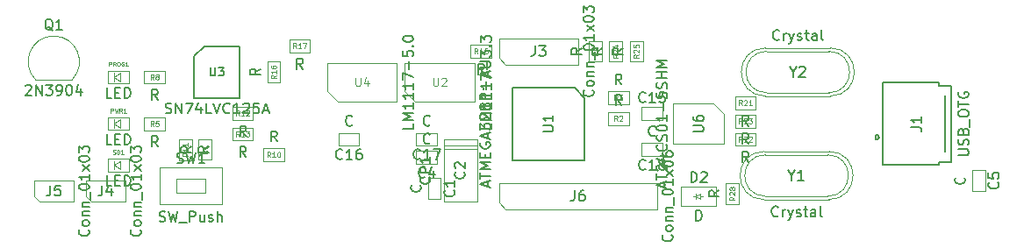
<source format=gbr>
G04 #@! TF.FileFunction,Other,Fab,Top*
%FSLAX46Y46*%
G04 Gerber Fmt 4.6, Leading zero omitted, Abs format (unit mm)*
G04 Created by KiCad (PCBNEW 4.0.7) date 01/21/18 20:54:22*
%MOMM*%
%LPD*%
G01*
G04 APERTURE LIST*
%ADD10C,0.100000*%
%ADD11C,0.150000*%
%ADD12C,0.075000*%
%ADD13C,0.120000*%
G04 APERTURE END LIST*
D10*
X137880000Y-49250000D02*
X139120000Y-49250000D01*
X137880000Y-51250000D02*
X137880000Y-49250000D01*
X139120000Y-51250000D02*
X137880000Y-51250000D01*
X139120000Y-49250000D02*
X139120000Y-51250000D01*
X142600000Y-45500000D02*
X139400000Y-45500000D01*
X139400000Y-45500000D02*
X139400000Y-51500000D01*
X139400000Y-51500000D02*
X142600000Y-51500000D01*
X142600000Y-51500000D02*
X142600000Y-45500000D01*
X142600000Y-46100000D02*
X139400000Y-46100000D01*
X142600000Y-46400000D02*
X139400000Y-46400000D01*
X138750000Y-46630000D02*
X138750000Y-47870000D01*
X136750000Y-46630000D02*
X138750000Y-46630000D01*
X136750000Y-47870000D02*
X136750000Y-46630000D01*
X138750000Y-47870000D02*
X136750000Y-47870000D01*
X190380000Y-48500000D02*
X191620000Y-48500000D01*
X190380000Y-50500000D02*
X190380000Y-48500000D01*
X191620000Y-50500000D02*
X190380000Y-50500000D01*
X191620000Y-48500000D02*
X191620000Y-50500000D01*
X158500000Y-43620000D02*
X158500000Y-42380000D01*
X160500000Y-43620000D02*
X158500000Y-43620000D01*
X160500000Y-42380000D02*
X160500000Y-43620000D01*
X158500000Y-42380000D02*
X160500000Y-42380000D01*
X131250000Y-44880000D02*
X131250000Y-46120000D01*
X129250000Y-44880000D02*
X131250000Y-44880000D01*
X129250000Y-46120000D02*
X129250000Y-44880000D01*
X131250000Y-46120000D02*
X129250000Y-46120000D01*
X138750000Y-44880000D02*
X138750000Y-46120000D01*
X136750000Y-44880000D02*
X138750000Y-44880000D01*
X136750000Y-46120000D02*
X136750000Y-44880000D01*
X138750000Y-46120000D02*
X136750000Y-46120000D01*
X160500000Y-45880000D02*
X160500000Y-47120000D01*
X158500000Y-45880000D02*
X160500000Y-45880000D01*
X158500000Y-47120000D02*
X158500000Y-45880000D01*
X160500000Y-47120000D02*
X158500000Y-47120000D01*
X163746000Y-50746000D02*
X163746000Y-51254000D01*
X164127000Y-51000000D02*
X164381000Y-51000000D01*
X163746000Y-51000000D02*
X163492000Y-51000000D01*
X164127000Y-51254000D02*
X163746000Y-51000000D01*
X164127000Y-50746000D02*
X164127000Y-51254000D01*
X163746000Y-51000000D02*
X164127000Y-50746000D01*
X162300000Y-51950000D02*
X162300000Y-50050000D01*
X165700000Y-51950000D02*
X162300000Y-51950000D01*
X165700000Y-50050000D02*
X165700000Y-51950000D01*
X162300000Y-50050000D02*
X165700000Y-50050000D01*
D11*
X181750000Y-48000000D02*
X187150000Y-48000000D01*
X187150000Y-48000000D02*
X187150000Y-47700000D01*
X187150000Y-47700000D02*
X188350000Y-47700000D01*
X188350000Y-47700000D02*
X188350000Y-40300000D01*
X188350000Y-40300000D02*
X187150000Y-40300000D01*
X187150000Y-40300000D02*
X187150000Y-40000000D01*
X187150000Y-40000000D02*
X181750000Y-40000000D01*
X181750000Y-40000000D02*
X181750000Y-48000000D01*
X187750000Y-46700000D02*
X187750000Y-41300000D01*
X181275000Y-45075000D02*
X181450000Y-45300000D01*
X181450000Y-45300000D02*
X181275000Y-45525000D01*
X181275000Y-45525000D02*
X181050000Y-45525000D01*
X181050000Y-45525000D02*
X181050000Y-45075000D01*
X181050000Y-45075000D02*
X181275000Y-45075000D01*
D10*
X144730000Y-37635000D02*
X144730000Y-35730000D01*
X144730000Y-35730000D02*
X152350000Y-35730000D01*
X152350000Y-35730000D02*
X152350000Y-38270000D01*
X152350000Y-38270000D02*
X145365000Y-38270000D01*
X145365000Y-38270000D02*
X144730000Y-37635000D01*
X104865000Y-51025000D02*
X104865000Y-49450000D01*
X104865000Y-49450000D02*
X108675000Y-49450000D01*
X108675000Y-49450000D02*
X108675000Y-51550000D01*
X108675000Y-51550000D02*
X105390000Y-51550000D01*
X105390000Y-51550000D02*
X104865000Y-51025000D01*
X99865000Y-51025000D02*
X99865000Y-49450000D01*
X99865000Y-49450000D02*
X103675000Y-49450000D01*
X103675000Y-49450000D02*
X103675000Y-51550000D01*
X103675000Y-51550000D02*
X100390000Y-51550000D01*
X100390000Y-51550000D02*
X99865000Y-51025000D01*
X144730000Y-51635000D02*
X144730000Y-49730000D01*
X144730000Y-49730000D02*
X159970000Y-49730000D01*
X159970000Y-49730000D02*
X159970000Y-52270000D01*
X159970000Y-52270000D02*
X145365000Y-52270000D01*
X145365000Y-52270000D02*
X144730000Y-51635000D01*
X107600000Y-39100000D02*
X107600000Y-39900000D01*
X107600000Y-39500000D02*
X108200000Y-39100000D01*
X108200000Y-39900000D02*
X107600000Y-39500000D01*
X108200000Y-39100000D02*
X108200000Y-39900000D01*
X109000000Y-40100000D02*
X107000000Y-40100000D01*
X109000000Y-38900000D02*
X109000000Y-40100000D01*
X107000000Y-38900000D02*
X109000000Y-38900000D01*
X107000000Y-40100000D02*
X107000000Y-38900000D01*
X107600000Y-43600000D02*
X107600000Y-44400000D01*
X107600000Y-44000000D02*
X108200000Y-43600000D01*
X108200000Y-44400000D02*
X107600000Y-44000000D01*
X108200000Y-43600000D02*
X108200000Y-44400000D01*
X109000000Y-44600000D02*
X107000000Y-44600000D01*
X109000000Y-43400000D02*
X109000000Y-44600000D01*
X107000000Y-43400000D02*
X109000000Y-43400000D01*
X107000000Y-44600000D02*
X107000000Y-43400000D01*
X100000000Y-39750000D02*
X103500000Y-39750000D01*
X103523625Y-39753625D02*
G75*
G03X101770000Y-35520000I-1753625J1753625D01*
G01*
X100016375Y-39753625D02*
G75*
G02X101770000Y-35520000I1753625J1753625D01*
G01*
X115737400Y-45482000D02*
X116977400Y-45482000D01*
X115737400Y-47482000D02*
X115737400Y-45482000D01*
X116977400Y-47482000D02*
X115737400Y-47482000D01*
X116977400Y-45482000D02*
X116977400Y-47482000D01*
X157250000Y-42880000D02*
X157250000Y-44120000D01*
X155250000Y-42880000D02*
X157250000Y-42880000D01*
X155250000Y-44120000D02*
X155250000Y-42880000D01*
X157250000Y-44120000D02*
X155250000Y-44120000D01*
X157250000Y-40880000D02*
X157250000Y-42120000D01*
X155250000Y-40880000D02*
X157250000Y-40880000D01*
X155250000Y-42120000D02*
X155250000Y-40880000D01*
X157250000Y-42120000D02*
X155250000Y-42120000D01*
X110500000Y-44620000D02*
X110500000Y-43380000D01*
X112500000Y-44620000D02*
X110500000Y-44620000D01*
X112500000Y-43380000D02*
X112500000Y-44620000D01*
X110500000Y-43380000D02*
X112500000Y-43380000D01*
X153380000Y-36000000D02*
X154620000Y-36000000D01*
X153380000Y-38000000D02*
X153380000Y-36000000D01*
X154620000Y-38000000D02*
X153380000Y-38000000D01*
X154620000Y-36000000D02*
X154620000Y-38000000D01*
X110500000Y-40120000D02*
X110500000Y-38880000D01*
X112500000Y-40120000D02*
X110500000Y-40120000D01*
X112500000Y-38880000D02*
X112500000Y-40120000D01*
X110500000Y-38880000D02*
X112500000Y-38880000D01*
X124000000Y-46380000D02*
X124000000Y-47620000D01*
X122000000Y-46380000D02*
X124000000Y-46380000D01*
X122000000Y-47620000D02*
X122000000Y-46380000D01*
X124000000Y-47620000D02*
X122000000Y-47620000D01*
X115120000Y-47500000D02*
X113880000Y-47500000D01*
X115120000Y-45500000D02*
X115120000Y-47500000D01*
X113880000Y-45500000D02*
X115120000Y-45500000D01*
X113880000Y-47500000D02*
X113880000Y-45500000D01*
X119000000Y-43620000D02*
X119000000Y-42380000D01*
X121000000Y-43620000D02*
X119000000Y-43620000D01*
X121000000Y-42380000D02*
X121000000Y-43620000D01*
X119000000Y-42380000D02*
X121000000Y-42380000D01*
X119000000Y-45620000D02*
X119000000Y-44380000D01*
X121000000Y-45620000D02*
X119000000Y-45620000D01*
X121000000Y-44380000D02*
X121000000Y-45620000D01*
X119000000Y-44380000D02*
X121000000Y-44380000D01*
X142000000Y-37620000D02*
X142000000Y-36380000D01*
X144000000Y-37620000D02*
X142000000Y-37620000D01*
X144000000Y-36380000D02*
X144000000Y-37620000D01*
X142000000Y-36380000D02*
X144000000Y-36380000D01*
X122380000Y-38000000D02*
X123620000Y-38000000D01*
X122380000Y-40000000D02*
X122380000Y-38000000D01*
X123620000Y-40000000D02*
X122380000Y-40000000D01*
X123620000Y-38000000D02*
X123620000Y-40000000D01*
X124500000Y-37120000D02*
X124500000Y-35880000D01*
X126500000Y-37120000D02*
X124500000Y-37120000D01*
X126500000Y-35880000D02*
X126500000Y-37120000D01*
X124500000Y-35880000D02*
X126500000Y-35880000D01*
X167500000Y-42620000D02*
X167500000Y-41380000D01*
X169500000Y-42620000D02*
X167500000Y-42620000D01*
X169500000Y-41380000D02*
X169500000Y-42620000D01*
X167500000Y-41380000D02*
X169500000Y-41380000D01*
X167500000Y-46120000D02*
X167500000Y-44880000D01*
X169500000Y-46120000D02*
X167500000Y-46120000D01*
X169500000Y-44880000D02*
X169500000Y-46120000D01*
X167500000Y-44880000D02*
X169500000Y-44880000D01*
X167500000Y-44370000D02*
X167500000Y-43130000D01*
X169500000Y-44370000D02*
X167500000Y-44370000D01*
X169500000Y-43130000D02*
X169500000Y-44370000D01*
X167500000Y-43130000D02*
X169500000Y-43130000D01*
X155380000Y-36000000D02*
X156620000Y-36000000D01*
X155380000Y-38000000D02*
X155380000Y-36000000D01*
X156620000Y-38000000D02*
X155380000Y-38000000D01*
X156620000Y-36000000D02*
X156620000Y-38000000D01*
X157380000Y-36000000D02*
X158620000Y-36000000D01*
X157380000Y-38000000D02*
X157380000Y-36000000D01*
X158620000Y-38000000D02*
X157380000Y-38000000D01*
X158620000Y-36000000D02*
X158620000Y-38000000D01*
X166630000Y-49750000D02*
X167870000Y-49750000D01*
X166630000Y-51750000D02*
X166630000Y-49750000D01*
X167870000Y-51750000D02*
X166630000Y-51750000D01*
X167870000Y-49750000D02*
X167870000Y-51750000D01*
X107600000Y-47600000D02*
X107600000Y-48400000D01*
X107600000Y-48000000D02*
X108200000Y-47600000D01*
X108200000Y-48400000D02*
X107600000Y-48000000D01*
X108200000Y-47600000D02*
X108200000Y-48400000D01*
X109000000Y-48600000D02*
X107000000Y-48600000D01*
X109000000Y-47400000D02*
X109000000Y-48600000D01*
X107000000Y-47400000D02*
X109000000Y-47400000D01*
X107000000Y-48600000D02*
X107000000Y-47400000D01*
X118000000Y-48250000D02*
X118000000Y-51750000D01*
X118000000Y-51750000D02*
X112000000Y-51750000D01*
X112000000Y-51750000D02*
X112000000Y-48250000D01*
X112000000Y-48250000D02*
X118000000Y-48250000D01*
X113600000Y-49300000D02*
X116400000Y-49300000D01*
X116400000Y-49300000D02*
X116400000Y-50700000D01*
X116400000Y-50700000D02*
X113600000Y-50700000D01*
X113600000Y-50700000D02*
X113600000Y-49300000D01*
D11*
X153000000Y-41500000D02*
X153000000Y-47500000D01*
X153000000Y-47500000D02*
X146000000Y-47500000D01*
X146000000Y-47500000D02*
X146000000Y-40500000D01*
X146000000Y-40500000D02*
X152000000Y-40500000D01*
X152000000Y-40500000D02*
X153000000Y-41500000D01*
D10*
X136650000Y-41850000D02*
X135650000Y-40850000D01*
X136650000Y-41850000D02*
X142350000Y-41850000D01*
X135650000Y-40850000D02*
X135650000Y-38150000D01*
X142350000Y-41850000D02*
X142350000Y-38150000D01*
X135650000Y-38150000D02*
X142350000Y-38150000D01*
D11*
X116300000Y-36500000D02*
X119700000Y-36500000D01*
X119700000Y-36500000D02*
X119700000Y-41500000D01*
X119700000Y-41500000D02*
X115300000Y-41500000D01*
X115300000Y-41500000D02*
X115300000Y-37500000D01*
X115300000Y-37500000D02*
X116300000Y-36500000D01*
D10*
X129150000Y-41850000D02*
X128150000Y-40850000D01*
X129150000Y-41850000D02*
X134850000Y-41850000D01*
X128150000Y-40850000D02*
X128150000Y-38150000D01*
X134850000Y-41850000D02*
X134850000Y-38150000D01*
X128150000Y-38150000D02*
X134850000Y-38150000D01*
X166450000Y-43050000D02*
X166450000Y-45950000D01*
X166450000Y-45950000D02*
X161550000Y-45950000D01*
X161550000Y-45950000D02*
X161550000Y-42050000D01*
X161550000Y-42050000D02*
X165450000Y-42050000D01*
X165450000Y-42050000D02*
X166450000Y-43050000D01*
X170315000Y-46675000D02*
X176565000Y-46675000D01*
X170315000Y-51325000D02*
X176565000Y-51325000D01*
X170440000Y-47000000D02*
X176440000Y-47000000D01*
X170440000Y-51000000D02*
X176440000Y-51000000D01*
X170315000Y-51325000D02*
G75*
G02X170315000Y-46675000I0J2325000D01*
G01*
X176565000Y-51325000D02*
G75*
G03X176565000Y-46675000I0J2325000D01*
G01*
X170440000Y-51000000D02*
G75*
G02X170440000Y-47000000I0J2000000D01*
G01*
X176440000Y-51000000D02*
G75*
G03X176440000Y-47000000I0J2000000D01*
G01*
X176685000Y-41325000D02*
X170435000Y-41325000D01*
X176685000Y-36675000D02*
X170435000Y-36675000D01*
X176560000Y-41000000D02*
X170560000Y-41000000D01*
X176560000Y-37000000D02*
X170560000Y-37000000D01*
X176685000Y-36675000D02*
G75*
G02X176685000Y-41325000I0J-2325000D01*
G01*
X170435000Y-36675000D02*
G75*
G03X170435000Y-41325000I0J-2325000D01*
G01*
X176560000Y-37000000D02*
G75*
G02X176560000Y-41000000I0J-2000000D01*
G01*
X170560000Y-37000000D02*
G75*
G03X170560000Y-41000000I0J-2000000D01*
G01*
D11*
X137107143Y-49940476D02*
X137154762Y-49988095D01*
X137202381Y-50130952D01*
X137202381Y-50226190D01*
X137154762Y-50369048D01*
X137059524Y-50464286D01*
X136964286Y-50511905D01*
X136773810Y-50559524D01*
X136630952Y-50559524D01*
X136440476Y-50511905D01*
X136345238Y-50464286D01*
X136250000Y-50369048D01*
X136202381Y-50226190D01*
X136202381Y-50130952D01*
X136250000Y-49988095D01*
X136297619Y-49940476D01*
X140357143Y-50416666D02*
X140404762Y-50464285D01*
X140452381Y-50607142D01*
X140452381Y-50702380D01*
X140404762Y-50845238D01*
X140309524Y-50940476D01*
X140214286Y-50988095D01*
X140023810Y-51035714D01*
X139880952Y-51035714D01*
X139690476Y-50988095D01*
X139595238Y-50940476D01*
X139500000Y-50845238D01*
X139452381Y-50702380D01*
X139452381Y-50607142D01*
X139500000Y-50464285D01*
X139547619Y-50416666D01*
X140452381Y-49464285D02*
X140452381Y-50035714D01*
X140452381Y-49750000D02*
X139452381Y-49750000D01*
X139595238Y-49845238D01*
X139690476Y-49940476D01*
X139738095Y-50035714D01*
X138007143Y-49166666D02*
X138054762Y-49214285D01*
X138102381Y-49357142D01*
X138102381Y-49452380D01*
X138054762Y-49595238D01*
X137959524Y-49690476D01*
X137864286Y-49738095D01*
X137673810Y-49785714D01*
X137530952Y-49785714D01*
X137340476Y-49738095D01*
X137245238Y-49690476D01*
X137150000Y-49595238D01*
X137102381Y-49452380D01*
X137102381Y-49357142D01*
X137150000Y-49214285D01*
X137197619Y-49166666D01*
X138102381Y-48738095D02*
X137102381Y-48738095D01*
X137102381Y-48357142D01*
X137150000Y-48261904D01*
X137197619Y-48214285D01*
X137292857Y-48166666D01*
X137435714Y-48166666D01*
X137530952Y-48214285D01*
X137578571Y-48261904D01*
X137626190Y-48357142D01*
X137626190Y-48738095D01*
X138102381Y-47214285D02*
X138102381Y-47785714D01*
X138102381Y-47500000D02*
X137102381Y-47500000D01*
X137245238Y-47595238D01*
X137340476Y-47690476D01*
X137388095Y-47785714D01*
X141357143Y-48666666D02*
X141404762Y-48714285D01*
X141452381Y-48857142D01*
X141452381Y-48952380D01*
X141404762Y-49095238D01*
X141309524Y-49190476D01*
X141214286Y-49238095D01*
X141023810Y-49285714D01*
X140880952Y-49285714D01*
X140690476Y-49238095D01*
X140595238Y-49190476D01*
X140500000Y-49095238D01*
X140452381Y-48952380D01*
X140452381Y-48857142D01*
X140500000Y-48714285D01*
X140547619Y-48666666D01*
X140547619Y-48285714D02*
X140500000Y-48238095D01*
X140452381Y-48142857D01*
X140452381Y-47904761D01*
X140500000Y-47809523D01*
X140547619Y-47761904D01*
X140642857Y-47714285D01*
X140738095Y-47714285D01*
X140880952Y-47761904D01*
X141452381Y-48333333D01*
X141452381Y-47714285D01*
X138059524Y-45857143D02*
X138011905Y-45904762D01*
X137869048Y-45952381D01*
X137773810Y-45952381D01*
X137630952Y-45904762D01*
X137535714Y-45809524D01*
X137488095Y-45714286D01*
X137440476Y-45523810D01*
X137440476Y-45380952D01*
X137488095Y-45190476D01*
X137535714Y-45095238D01*
X137630952Y-45000000D01*
X137773810Y-44952381D01*
X137869048Y-44952381D01*
X138011905Y-45000000D01*
X138059524Y-45047619D01*
X137583334Y-49107143D02*
X137535715Y-49154762D01*
X137392858Y-49202381D01*
X137297620Y-49202381D01*
X137154762Y-49154762D01*
X137059524Y-49059524D01*
X137011905Y-48964286D01*
X136964286Y-48773810D01*
X136964286Y-48630952D01*
X137011905Y-48440476D01*
X137059524Y-48345238D01*
X137154762Y-48250000D01*
X137297620Y-48202381D01*
X137392858Y-48202381D01*
X137535715Y-48250000D01*
X137583334Y-48297619D01*
X138440477Y-48535714D02*
X138440477Y-49202381D01*
X138202381Y-48154762D02*
X137964286Y-48869048D01*
X138583334Y-48869048D01*
X189607143Y-49190476D02*
X189654762Y-49238095D01*
X189702381Y-49380952D01*
X189702381Y-49476190D01*
X189654762Y-49619048D01*
X189559524Y-49714286D01*
X189464286Y-49761905D01*
X189273810Y-49809524D01*
X189130952Y-49809524D01*
X188940476Y-49761905D01*
X188845238Y-49714286D01*
X188750000Y-49619048D01*
X188702381Y-49476190D01*
X188702381Y-49380952D01*
X188750000Y-49238095D01*
X188797619Y-49190476D01*
X192857143Y-49666666D02*
X192904762Y-49714285D01*
X192952381Y-49857142D01*
X192952381Y-49952380D01*
X192904762Y-50095238D01*
X192809524Y-50190476D01*
X192714286Y-50238095D01*
X192523810Y-50285714D01*
X192380952Y-50285714D01*
X192190476Y-50238095D01*
X192095238Y-50190476D01*
X192000000Y-50095238D01*
X191952381Y-49952380D01*
X191952381Y-49857142D01*
X192000000Y-49714285D01*
X192047619Y-49666666D01*
X191952381Y-48761904D02*
X191952381Y-49238095D01*
X192428571Y-49285714D01*
X192380952Y-49238095D01*
X192333333Y-49142857D01*
X192333333Y-48904761D01*
X192380952Y-48809523D01*
X192428571Y-48761904D01*
X192523810Y-48714285D01*
X192761905Y-48714285D01*
X192857143Y-48761904D01*
X192904762Y-48809523D01*
X192952381Y-48904761D01*
X192952381Y-49142857D01*
X192904762Y-49238095D01*
X192857143Y-49285714D01*
X159809524Y-45107143D02*
X159761905Y-45154762D01*
X159619048Y-45202381D01*
X159523810Y-45202381D01*
X159380952Y-45154762D01*
X159285714Y-45059524D01*
X159238095Y-44964286D01*
X159190476Y-44773810D01*
X159190476Y-44630952D01*
X159238095Y-44440476D01*
X159285714Y-44345238D01*
X159380952Y-44250000D01*
X159523810Y-44202381D01*
X159619048Y-44202381D01*
X159761905Y-44250000D01*
X159809524Y-44297619D01*
X158857143Y-41857143D02*
X158809524Y-41904762D01*
X158666667Y-41952381D01*
X158571429Y-41952381D01*
X158428571Y-41904762D01*
X158333333Y-41809524D01*
X158285714Y-41714286D01*
X158238095Y-41523810D01*
X158238095Y-41380952D01*
X158285714Y-41190476D01*
X158333333Y-41095238D01*
X158428571Y-41000000D01*
X158571429Y-40952381D01*
X158666667Y-40952381D01*
X158809524Y-41000000D01*
X158857143Y-41047619D01*
X159809524Y-41952381D02*
X159238095Y-41952381D01*
X159523809Y-41952381D02*
X159523809Y-40952381D01*
X159428571Y-41095238D01*
X159333333Y-41190476D01*
X159238095Y-41238095D01*
X160714286Y-40952381D02*
X160238095Y-40952381D01*
X160190476Y-41428571D01*
X160238095Y-41380952D01*
X160333333Y-41333333D01*
X160571429Y-41333333D01*
X160666667Y-41380952D01*
X160714286Y-41428571D01*
X160761905Y-41523810D01*
X160761905Y-41761905D01*
X160714286Y-41857143D01*
X160666667Y-41904762D01*
X160571429Y-41952381D01*
X160333333Y-41952381D01*
X160238095Y-41904762D01*
X160190476Y-41857143D01*
X130559524Y-44107143D02*
X130511905Y-44154762D01*
X130369048Y-44202381D01*
X130273810Y-44202381D01*
X130130952Y-44154762D01*
X130035714Y-44059524D01*
X129988095Y-43964286D01*
X129940476Y-43773810D01*
X129940476Y-43630952D01*
X129988095Y-43440476D01*
X130035714Y-43345238D01*
X130130952Y-43250000D01*
X130273810Y-43202381D01*
X130369048Y-43202381D01*
X130511905Y-43250000D01*
X130559524Y-43297619D01*
X129607143Y-47357143D02*
X129559524Y-47404762D01*
X129416667Y-47452381D01*
X129321429Y-47452381D01*
X129178571Y-47404762D01*
X129083333Y-47309524D01*
X129035714Y-47214286D01*
X128988095Y-47023810D01*
X128988095Y-46880952D01*
X129035714Y-46690476D01*
X129083333Y-46595238D01*
X129178571Y-46500000D01*
X129321429Y-46452381D01*
X129416667Y-46452381D01*
X129559524Y-46500000D01*
X129607143Y-46547619D01*
X130559524Y-47452381D02*
X129988095Y-47452381D01*
X130273809Y-47452381D02*
X130273809Y-46452381D01*
X130178571Y-46595238D01*
X130083333Y-46690476D01*
X129988095Y-46738095D01*
X131416667Y-46452381D02*
X131226190Y-46452381D01*
X131130952Y-46500000D01*
X131083333Y-46547619D01*
X130988095Y-46690476D01*
X130940476Y-46880952D01*
X130940476Y-47261905D01*
X130988095Y-47357143D01*
X131035714Y-47404762D01*
X131130952Y-47452381D01*
X131321429Y-47452381D01*
X131416667Y-47404762D01*
X131464286Y-47357143D01*
X131511905Y-47261905D01*
X131511905Y-47023810D01*
X131464286Y-46928571D01*
X131416667Y-46880952D01*
X131321429Y-46833333D01*
X131130952Y-46833333D01*
X131035714Y-46880952D01*
X130988095Y-46928571D01*
X130940476Y-47023810D01*
X138059524Y-44107143D02*
X138011905Y-44154762D01*
X137869048Y-44202381D01*
X137773810Y-44202381D01*
X137630952Y-44154762D01*
X137535714Y-44059524D01*
X137488095Y-43964286D01*
X137440476Y-43773810D01*
X137440476Y-43630952D01*
X137488095Y-43440476D01*
X137535714Y-43345238D01*
X137630952Y-43250000D01*
X137773810Y-43202381D01*
X137869048Y-43202381D01*
X138011905Y-43250000D01*
X138059524Y-43297619D01*
X137107143Y-47357143D02*
X137059524Y-47404762D01*
X136916667Y-47452381D01*
X136821429Y-47452381D01*
X136678571Y-47404762D01*
X136583333Y-47309524D01*
X136535714Y-47214286D01*
X136488095Y-47023810D01*
X136488095Y-46880952D01*
X136535714Y-46690476D01*
X136583333Y-46595238D01*
X136678571Y-46500000D01*
X136821429Y-46452381D01*
X136916667Y-46452381D01*
X137059524Y-46500000D01*
X137107143Y-46547619D01*
X138059524Y-47452381D02*
X137488095Y-47452381D01*
X137773809Y-47452381D02*
X137773809Y-46452381D01*
X137678571Y-46595238D01*
X137583333Y-46690476D01*
X137488095Y-46738095D01*
X138392857Y-46452381D02*
X139059524Y-46452381D01*
X138630952Y-47452381D01*
X159809524Y-45107143D02*
X159761905Y-45154762D01*
X159619048Y-45202381D01*
X159523810Y-45202381D01*
X159380952Y-45154762D01*
X159285714Y-45059524D01*
X159238095Y-44964286D01*
X159190476Y-44773810D01*
X159190476Y-44630952D01*
X159238095Y-44440476D01*
X159285714Y-44345238D01*
X159380952Y-44250000D01*
X159523810Y-44202381D01*
X159619048Y-44202381D01*
X159761905Y-44250000D01*
X159809524Y-44297619D01*
X158857143Y-48357143D02*
X158809524Y-48404762D01*
X158666667Y-48452381D01*
X158571429Y-48452381D01*
X158428571Y-48404762D01*
X158333333Y-48309524D01*
X158285714Y-48214286D01*
X158238095Y-48023810D01*
X158238095Y-47880952D01*
X158285714Y-47690476D01*
X158333333Y-47595238D01*
X158428571Y-47500000D01*
X158571429Y-47452381D01*
X158666667Y-47452381D01*
X158809524Y-47500000D01*
X158857143Y-47547619D01*
X159809524Y-48452381D02*
X159238095Y-48452381D01*
X159523809Y-48452381D02*
X159523809Y-47452381D01*
X159428571Y-47595238D01*
X159333333Y-47690476D01*
X159238095Y-47738095D01*
X160380952Y-47880952D02*
X160285714Y-47833333D01*
X160238095Y-47785714D01*
X160190476Y-47690476D01*
X160190476Y-47642857D01*
X160238095Y-47547619D01*
X160285714Y-47500000D01*
X160380952Y-47452381D01*
X160571429Y-47452381D01*
X160666667Y-47500000D01*
X160714286Y-47547619D01*
X160761905Y-47642857D01*
X160761905Y-47690476D01*
X160714286Y-47785714D01*
X160666667Y-47833333D01*
X160571429Y-47880952D01*
X160380952Y-47880952D01*
X160285714Y-47928571D01*
X160238095Y-47976190D01*
X160190476Y-48071429D01*
X160190476Y-48261905D01*
X160238095Y-48357143D01*
X160285714Y-48404762D01*
X160380952Y-48452381D01*
X160571429Y-48452381D01*
X160666667Y-48404762D01*
X160714286Y-48357143D01*
X160761905Y-48261905D01*
X160761905Y-48071429D01*
X160714286Y-47976190D01*
X160666667Y-47928571D01*
X160571429Y-47880952D01*
X163738095Y-53352381D02*
X163738095Y-52352381D01*
X163976190Y-52352381D01*
X164119048Y-52400000D01*
X164214286Y-52495238D01*
X164261905Y-52590476D01*
X164309524Y-52780952D01*
X164309524Y-52923810D01*
X164261905Y-53114286D01*
X164214286Y-53209524D01*
X164119048Y-53304762D01*
X163976190Y-53352381D01*
X163738095Y-53352381D01*
X163261905Y-49652381D02*
X163261905Y-48652381D01*
X163500000Y-48652381D01*
X163642858Y-48700000D01*
X163738096Y-48795238D01*
X163785715Y-48890476D01*
X163833334Y-49080952D01*
X163833334Y-49223810D01*
X163785715Y-49414286D01*
X163738096Y-49509524D01*
X163642858Y-49604762D01*
X163500000Y-49652381D01*
X163261905Y-49652381D01*
X164214286Y-48747619D02*
X164261905Y-48700000D01*
X164357143Y-48652381D01*
X164595239Y-48652381D01*
X164690477Y-48700000D01*
X164738096Y-48747619D01*
X164785715Y-48842857D01*
X164785715Y-48938095D01*
X164738096Y-49080952D01*
X164166667Y-49652381D01*
X164785715Y-49652381D01*
X189052381Y-47047619D02*
X189861905Y-47047619D01*
X189957143Y-47000000D01*
X190004762Y-46952381D01*
X190052381Y-46857143D01*
X190052381Y-46666666D01*
X190004762Y-46571428D01*
X189957143Y-46523809D01*
X189861905Y-46476190D01*
X189052381Y-46476190D01*
X190004762Y-46047619D02*
X190052381Y-45904762D01*
X190052381Y-45666666D01*
X190004762Y-45571428D01*
X189957143Y-45523809D01*
X189861905Y-45476190D01*
X189766667Y-45476190D01*
X189671429Y-45523809D01*
X189623810Y-45571428D01*
X189576190Y-45666666D01*
X189528571Y-45857143D01*
X189480952Y-45952381D01*
X189433333Y-46000000D01*
X189338095Y-46047619D01*
X189242857Y-46047619D01*
X189147619Y-46000000D01*
X189100000Y-45952381D01*
X189052381Y-45857143D01*
X189052381Y-45619047D01*
X189100000Y-45476190D01*
X189528571Y-44714285D02*
X189576190Y-44571428D01*
X189623810Y-44523809D01*
X189719048Y-44476190D01*
X189861905Y-44476190D01*
X189957143Y-44523809D01*
X190004762Y-44571428D01*
X190052381Y-44666666D01*
X190052381Y-45047619D01*
X189052381Y-45047619D01*
X189052381Y-44714285D01*
X189100000Y-44619047D01*
X189147619Y-44571428D01*
X189242857Y-44523809D01*
X189338095Y-44523809D01*
X189433333Y-44571428D01*
X189480952Y-44619047D01*
X189528571Y-44714285D01*
X189528571Y-45047619D01*
X190147619Y-44285714D02*
X190147619Y-43523809D01*
X189052381Y-43095238D02*
X189052381Y-42904761D01*
X189100000Y-42809523D01*
X189195238Y-42714285D01*
X189385714Y-42666666D01*
X189719048Y-42666666D01*
X189909524Y-42714285D01*
X190004762Y-42809523D01*
X190052381Y-42904761D01*
X190052381Y-43095238D01*
X190004762Y-43190476D01*
X189909524Y-43285714D01*
X189719048Y-43333333D01*
X189385714Y-43333333D01*
X189195238Y-43285714D01*
X189100000Y-43190476D01*
X189052381Y-43095238D01*
X189052381Y-42380952D02*
X189052381Y-41809523D01*
X190052381Y-42095238D02*
X189052381Y-42095238D01*
X189100000Y-40952380D02*
X189052381Y-41047618D01*
X189052381Y-41190475D01*
X189100000Y-41333333D01*
X189195238Y-41428571D01*
X189290476Y-41476190D01*
X189480952Y-41523809D01*
X189623810Y-41523809D01*
X189814286Y-41476190D01*
X189909524Y-41428571D01*
X190004762Y-41333333D01*
X190052381Y-41190475D01*
X190052381Y-41095237D01*
X190004762Y-40952380D01*
X189957143Y-40904761D01*
X189623810Y-40904761D01*
X189623810Y-41095237D01*
X184502381Y-44333333D02*
X185216667Y-44333333D01*
X185359524Y-44380953D01*
X185454762Y-44476191D01*
X185502381Y-44619048D01*
X185502381Y-44714286D01*
X185502381Y-43333333D02*
X185502381Y-43904762D01*
X185502381Y-43619048D02*
X184502381Y-43619048D01*
X184645238Y-43714286D01*
X184740476Y-43809524D01*
X184788095Y-43904762D01*
X153767143Y-40738095D02*
X153814762Y-40785714D01*
X153862381Y-40928571D01*
X153862381Y-41023809D01*
X153814762Y-41166667D01*
X153719524Y-41261905D01*
X153624286Y-41309524D01*
X153433810Y-41357143D01*
X153290952Y-41357143D01*
X153100476Y-41309524D01*
X153005238Y-41261905D01*
X152910000Y-41166667D01*
X152862381Y-41023809D01*
X152862381Y-40928571D01*
X152910000Y-40785714D01*
X152957619Y-40738095D01*
X153862381Y-40166667D02*
X153814762Y-40261905D01*
X153767143Y-40309524D01*
X153671905Y-40357143D01*
X153386190Y-40357143D01*
X153290952Y-40309524D01*
X153243333Y-40261905D01*
X153195714Y-40166667D01*
X153195714Y-40023809D01*
X153243333Y-39928571D01*
X153290952Y-39880952D01*
X153386190Y-39833333D01*
X153671905Y-39833333D01*
X153767143Y-39880952D01*
X153814762Y-39928571D01*
X153862381Y-40023809D01*
X153862381Y-40166667D01*
X153195714Y-39404762D02*
X153862381Y-39404762D01*
X153290952Y-39404762D02*
X153243333Y-39357143D01*
X153195714Y-39261905D01*
X153195714Y-39119047D01*
X153243333Y-39023809D01*
X153338571Y-38976190D01*
X153862381Y-38976190D01*
X153195714Y-38500000D02*
X153862381Y-38500000D01*
X153290952Y-38500000D02*
X153243333Y-38452381D01*
X153195714Y-38357143D01*
X153195714Y-38214285D01*
X153243333Y-38119047D01*
X153338571Y-38071428D01*
X153862381Y-38071428D01*
X153957619Y-37833333D02*
X153957619Y-37071428D01*
X152862381Y-36642857D02*
X152862381Y-36547618D01*
X152910000Y-36452380D01*
X152957619Y-36404761D01*
X153052857Y-36357142D01*
X153243333Y-36309523D01*
X153481429Y-36309523D01*
X153671905Y-36357142D01*
X153767143Y-36404761D01*
X153814762Y-36452380D01*
X153862381Y-36547618D01*
X153862381Y-36642857D01*
X153814762Y-36738095D01*
X153767143Y-36785714D01*
X153671905Y-36833333D01*
X153481429Y-36880952D01*
X153243333Y-36880952D01*
X153052857Y-36833333D01*
X152957619Y-36785714D01*
X152910000Y-36738095D01*
X152862381Y-36642857D01*
X153862381Y-35357142D02*
X153862381Y-35928571D01*
X153862381Y-35642857D02*
X152862381Y-35642857D01*
X153005238Y-35738095D01*
X153100476Y-35833333D01*
X153148095Y-35928571D01*
X153862381Y-35023809D02*
X153195714Y-34499999D01*
X153195714Y-35023809D02*
X153862381Y-34499999D01*
X152862381Y-33928571D02*
X152862381Y-33833332D01*
X152910000Y-33738094D01*
X152957619Y-33690475D01*
X153052857Y-33642856D01*
X153243333Y-33595237D01*
X153481429Y-33595237D01*
X153671905Y-33642856D01*
X153767143Y-33690475D01*
X153814762Y-33738094D01*
X153862381Y-33833332D01*
X153862381Y-33928571D01*
X153814762Y-34023809D01*
X153767143Y-34071428D01*
X153671905Y-34119047D01*
X153481429Y-34166666D01*
X153243333Y-34166666D01*
X153052857Y-34119047D01*
X152957619Y-34071428D01*
X152910000Y-34023809D01*
X152862381Y-33928571D01*
X152862381Y-33261904D02*
X152862381Y-32642856D01*
X153243333Y-32976190D01*
X153243333Y-32833332D01*
X153290952Y-32738094D01*
X153338571Y-32690475D01*
X153433810Y-32642856D01*
X153671905Y-32642856D01*
X153767143Y-32690475D01*
X153814762Y-32738094D01*
X153862381Y-32833332D01*
X153862381Y-33119047D01*
X153814762Y-33214285D01*
X153767143Y-33261904D01*
X148206667Y-36452381D02*
X148206667Y-37166667D01*
X148159047Y-37309524D01*
X148063809Y-37404762D01*
X147920952Y-37452381D01*
X147825714Y-37452381D01*
X148587619Y-36452381D02*
X149206667Y-36452381D01*
X148873333Y-36833333D01*
X149016191Y-36833333D01*
X149111429Y-36880952D01*
X149159048Y-36928571D01*
X149206667Y-37023810D01*
X149206667Y-37261905D01*
X149159048Y-37357143D01*
X149111429Y-37404762D01*
X149016191Y-37452381D01*
X148730476Y-37452381D01*
X148635238Y-37404762D01*
X148587619Y-37357143D01*
X110092143Y-54238095D02*
X110139762Y-54285714D01*
X110187381Y-54428571D01*
X110187381Y-54523809D01*
X110139762Y-54666667D01*
X110044524Y-54761905D01*
X109949286Y-54809524D01*
X109758810Y-54857143D01*
X109615952Y-54857143D01*
X109425476Y-54809524D01*
X109330238Y-54761905D01*
X109235000Y-54666667D01*
X109187381Y-54523809D01*
X109187381Y-54428571D01*
X109235000Y-54285714D01*
X109282619Y-54238095D01*
X110187381Y-53666667D02*
X110139762Y-53761905D01*
X110092143Y-53809524D01*
X109996905Y-53857143D01*
X109711190Y-53857143D01*
X109615952Y-53809524D01*
X109568333Y-53761905D01*
X109520714Y-53666667D01*
X109520714Y-53523809D01*
X109568333Y-53428571D01*
X109615952Y-53380952D01*
X109711190Y-53333333D01*
X109996905Y-53333333D01*
X110092143Y-53380952D01*
X110139762Y-53428571D01*
X110187381Y-53523809D01*
X110187381Y-53666667D01*
X109520714Y-52904762D02*
X110187381Y-52904762D01*
X109615952Y-52904762D02*
X109568333Y-52857143D01*
X109520714Y-52761905D01*
X109520714Y-52619047D01*
X109568333Y-52523809D01*
X109663571Y-52476190D01*
X110187381Y-52476190D01*
X109520714Y-52000000D02*
X110187381Y-52000000D01*
X109615952Y-52000000D02*
X109568333Y-51952381D01*
X109520714Y-51857143D01*
X109520714Y-51714285D01*
X109568333Y-51619047D01*
X109663571Y-51571428D01*
X110187381Y-51571428D01*
X110282619Y-51333333D02*
X110282619Y-50571428D01*
X109187381Y-50142857D02*
X109187381Y-50047618D01*
X109235000Y-49952380D01*
X109282619Y-49904761D01*
X109377857Y-49857142D01*
X109568333Y-49809523D01*
X109806429Y-49809523D01*
X109996905Y-49857142D01*
X110092143Y-49904761D01*
X110139762Y-49952380D01*
X110187381Y-50047618D01*
X110187381Y-50142857D01*
X110139762Y-50238095D01*
X110092143Y-50285714D01*
X109996905Y-50333333D01*
X109806429Y-50380952D01*
X109568333Y-50380952D01*
X109377857Y-50333333D01*
X109282619Y-50285714D01*
X109235000Y-50238095D01*
X109187381Y-50142857D01*
X110187381Y-48857142D02*
X110187381Y-49428571D01*
X110187381Y-49142857D02*
X109187381Y-49142857D01*
X109330238Y-49238095D01*
X109425476Y-49333333D01*
X109473095Y-49428571D01*
X110187381Y-48523809D02*
X109520714Y-47999999D01*
X109520714Y-48523809D02*
X110187381Y-47999999D01*
X109187381Y-47428571D02*
X109187381Y-47333332D01*
X109235000Y-47238094D01*
X109282619Y-47190475D01*
X109377857Y-47142856D01*
X109568333Y-47095237D01*
X109806429Y-47095237D01*
X109996905Y-47142856D01*
X110092143Y-47190475D01*
X110139762Y-47238094D01*
X110187381Y-47333332D01*
X110187381Y-47428571D01*
X110139762Y-47523809D01*
X110092143Y-47571428D01*
X109996905Y-47619047D01*
X109806429Y-47666666D01*
X109568333Y-47666666D01*
X109377857Y-47619047D01*
X109282619Y-47571428D01*
X109235000Y-47523809D01*
X109187381Y-47428571D01*
X109187381Y-46761904D02*
X109187381Y-46142856D01*
X109568333Y-46476190D01*
X109568333Y-46333332D01*
X109615952Y-46238094D01*
X109663571Y-46190475D01*
X109758810Y-46142856D01*
X109996905Y-46142856D01*
X110092143Y-46190475D01*
X110139762Y-46238094D01*
X110187381Y-46333332D01*
X110187381Y-46619047D01*
X110139762Y-46714285D01*
X110092143Y-46761904D01*
X106436667Y-49952381D02*
X106436667Y-50666667D01*
X106389047Y-50809524D01*
X106293809Y-50904762D01*
X106150952Y-50952381D01*
X106055714Y-50952381D01*
X107341429Y-50285714D02*
X107341429Y-50952381D01*
X107103333Y-49904762D02*
X106865238Y-50619048D01*
X107484286Y-50619048D01*
X105092143Y-54238095D02*
X105139762Y-54285714D01*
X105187381Y-54428571D01*
X105187381Y-54523809D01*
X105139762Y-54666667D01*
X105044524Y-54761905D01*
X104949286Y-54809524D01*
X104758810Y-54857143D01*
X104615952Y-54857143D01*
X104425476Y-54809524D01*
X104330238Y-54761905D01*
X104235000Y-54666667D01*
X104187381Y-54523809D01*
X104187381Y-54428571D01*
X104235000Y-54285714D01*
X104282619Y-54238095D01*
X105187381Y-53666667D02*
X105139762Y-53761905D01*
X105092143Y-53809524D01*
X104996905Y-53857143D01*
X104711190Y-53857143D01*
X104615952Y-53809524D01*
X104568333Y-53761905D01*
X104520714Y-53666667D01*
X104520714Y-53523809D01*
X104568333Y-53428571D01*
X104615952Y-53380952D01*
X104711190Y-53333333D01*
X104996905Y-53333333D01*
X105092143Y-53380952D01*
X105139762Y-53428571D01*
X105187381Y-53523809D01*
X105187381Y-53666667D01*
X104520714Y-52904762D02*
X105187381Y-52904762D01*
X104615952Y-52904762D02*
X104568333Y-52857143D01*
X104520714Y-52761905D01*
X104520714Y-52619047D01*
X104568333Y-52523809D01*
X104663571Y-52476190D01*
X105187381Y-52476190D01*
X104520714Y-52000000D02*
X105187381Y-52000000D01*
X104615952Y-52000000D02*
X104568333Y-51952381D01*
X104520714Y-51857143D01*
X104520714Y-51714285D01*
X104568333Y-51619047D01*
X104663571Y-51571428D01*
X105187381Y-51571428D01*
X105282619Y-51333333D02*
X105282619Y-50571428D01*
X104187381Y-50142857D02*
X104187381Y-50047618D01*
X104235000Y-49952380D01*
X104282619Y-49904761D01*
X104377857Y-49857142D01*
X104568333Y-49809523D01*
X104806429Y-49809523D01*
X104996905Y-49857142D01*
X105092143Y-49904761D01*
X105139762Y-49952380D01*
X105187381Y-50047618D01*
X105187381Y-50142857D01*
X105139762Y-50238095D01*
X105092143Y-50285714D01*
X104996905Y-50333333D01*
X104806429Y-50380952D01*
X104568333Y-50380952D01*
X104377857Y-50333333D01*
X104282619Y-50285714D01*
X104235000Y-50238095D01*
X104187381Y-50142857D01*
X105187381Y-48857142D02*
X105187381Y-49428571D01*
X105187381Y-49142857D02*
X104187381Y-49142857D01*
X104330238Y-49238095D01*
X104425476Y-49333333D01*
X104473095Y-49428571D01*
X105187381Y-48523809D02*
X104520714Y-47999999D01*
X104520714Y-48523809D02*
X105187381Y-47999999D01*
X104187381Y-47428571D02*
X104187381Y-47333332D01*
X104235000Y-47238094D01*
X104282619Y-47190475D01*
X104377857Y-47142856D01*
X104568333Y-47095237D01*
X104806429Y-47095237D01*
X104996905Y-47142856D01*
X105092143Y-47190475D01*
X105139762Y-47238094D01*
X105187381Y-47333332D01*
X105187381Y-47428571D01*
X105139762Y-47523809D01*
X105092143Y-47571428D01*
X104996905Y-47619047D01*
X104806429Y-47666666D01*
X104568333Y-47666666D01*
X104377857Y-47619047D01*
X104282619Y-47571428D01*
X104235000Y-47523809D01*
X104187381Y-47428571D01*
X104187381Y-46761904D02*
X104187381Y-46142856D01*
X104568333Y-46476190D01*
X104568333Y-46333332D01*
X104615952Y-46238094D01*
X104663571Y-46190475D01*
X104758810Y-46142856D01*
X104996905Y-46142856D01*
X105092143Y-46190475D01*
X105139762Y-46238094D01*
X105187381Y-46333332D01*
X105187381Y-46619047D01*
X105139762Y-46714285D01*
X105092143Y-46761904D01*
X101436667Y-49952381D02*
X101436667Y-50666667D01*
X101389047Y-50809524D01*
X101293809Y-50904762D01*
X101150952Y-50952381D01*
X101055714Y-50952381D01*
X102389048Y-49952381D02*
X101912857Y-49952381D01*
X101865238Y-50428571D01*
X101912857Y-50380952D01*
X102008095Y-50333333D01*
X102246191Y-50333333D01*
X102341429Y-50380952D01*
X102389048Y-50428571D01*
X102436667Y-50523810D01*
X102436667Y-50761905D01*
X102389048Y-50857143D01*
X102341429Y-50904762D01*
X102246191Y-50952381D01*
X102008095Y-50952381D01*
X101912857Y-50904762D01*
X101865238Y-50857143D01*
X161387143Y-54738095D02*
X161434762Y-54785714D01*
X161482381Y-54928571D01*
X161482381Y-55023809D01*
X161434762Y-55166667D01*
X161339524Y-55261905D01*
X161244286Y-55309524D01*
X161053810Y-55357143D01*
X160910952Y-55357143D01*
X160720476Y-55309524D01*
X160625238Y-55261905D01*
X160530000Y-55166667D01*
X160482381Y-55023809D01*
X160482381Y-54928571D01*
X160530000Y-54785714D01*
X160577619Y-54738095D01*
X161482381Y-54166667D02*
X161434762Y-54261905D01*
X161387143Y-54309524D01*
X161291905Y-54357143D01*
X161006190Y-54357143D01*
X160910952Y-54309524D01*
X160863333Y-54261905D01*
X160815714Y-54166667D01*
X160815714Y-54023809D01*
X160863333Y-53928571D01*
X160910952Y-53880952D01*
X161006190Y-53833333D01*
X161291905Y-53833333D01*
X161387143Y-53880952D01*
X161434762Y-53928571D01*
X161482381Y-54023809D01*
X161482381Y-54166667D01*
X160815714Y-53404762D02*
X161482381Y-53404762D01*
X160910952Y-53404762D02*
X160863333Y-53357143D01*
X160815714Y-53261905D01*
X160815714Y-53119047D01*
X160863333Y-53023809D01*
X160958571Y-52976190D01*
X161482381Y-52976190D01*
X160815714Y-52500000D02*
X161482381Y-52500000D01*
X160910952Y-52500000D02*
X160863333Y-52452381D01*
X160815714Y-52357143D01*
X160815714Y-52214285D01*
X160863333Y-52119047D01*
X160958571Y-52071428D01*
X161482381Y-52071428D01*
X161577619Y-51833333D02*
X161577619Y-51071428D01*
X160482381Y-50642857D02*
X160482381Y-50547618D01*
X160530000Y-50452380D01*
X160577619Y-50404761D01*
X160672857Y-50357142D01*
X160863333Y-50309523D01*
X161101429Y-50309523D01*
X161291905Y-50357142D01*
X161387143Y-50404761D01*
X161434762Y-50452380D01*
X161482381Y-50547618D01*
X161482381Y-50642857D01*
X161434762Y-50738095D01*
X161387143Y-50785714D01*
X161291905Y-50833333D01*
X161101429Y-50880952D01*
X160863333Y-50880952D01*
X160672857Y-50833333D01*
X160577619Y-50785714D01*
X160530000Y-50738095D01*
X160482381Y-50642857D01*
X161482381Y-49357142D02*
X161482381Y-49928571D01*
X161482381Y-49642857D02*
X160482381Y-49642857D01*
X160625238Y-49738095D01*
X160720476Y-49833333D01*
X160768095Y-49928571D01*
X161482381Y-49023809D02*
X160815714Y-48499999D01*
X160815714Y-49023809D02*
X161482381Y-48499999D01*
X160482381Y-47928571D02*
X160482381Y-47833332D01*
X160530000Y-47738094D01*
X160577619Y-47690475D01*
X160672857Y-47642856D01*
X160863333Y-47595237D01*
X161101429Y-47595237D01*
X161291905Y-47642856D01*
X161387143Y-47690475D01*
X161434762Y-47738094D01*
X161482381Y-47833332D01*
X161482381Y-47928571D01*
X161434762Y-48023809D01*
X161387143Y-48071428D01*
X161291905Y-48119047D01*
X161101429Y-48166666D01*
X160863333Y-48166666D01*
X160672857Y-48119047D01*
X160577619Y-48071428D01*
X160530000Y-48023809D01*
X160482381Y-47928571D01*
X160482381Y-46738094D02*
X160482381Y-46928571D01*
X160530000Y-47023809D01*
X160577619Y-47071428D01*
X160720476Y-47166666D01*
X160910952Y-47214285D01*
X161291905Y-47214285D01*
X161387143Y-47166666D01*
X161434762Y-47119047D01*
X161482381Y-47023809D01*
X161482381Y-46833332D01*
X161434762Y-46738094D01*
X161387143Y-46690475D01*
X161291905Y-46642856D01*
X161053810Y-46642856D01*
X160958571Y-46690475D01*
X160910952Y-46738094D01*
X160863333Y-46833332D01*
X160863333Y-47023809D01*
X160910952Y-47119047D01*
X160958571Y-47166666D01*
X161053810Y-47214285D01*
X152016667Y-50452381D02*
X152016667Y-51166667D01*
X151969047Y-51309524D01*
X151873809Y-51404762D01*
X151730952Y-51452381D01*
X151635714Y-51452381D01*
X152921429Y-50452381D02*
X152730952Y-50452381D01*
X152635714Y-50500000D01*
X152588095Y-50547619D01*
X152492857Y-50690476D01*
X152445238Y-50880952D01*
X152445238Y-51261905D01*
X152492857Y-51357143D01*
X152540476Y-51404762D01*
X152635714Y-51452381D01*
X152826191Y-51452381D01*
X152921429Y-51404762D01*
X152969048Y-51357143D01*
X153016667Y-51261905D01*
X153016667Y-51023810D01*
X152969048Y-50928571D01*
X152921429Y-50880952D01*
X152826191Y-50833333D01*
X152635714Y-50833333D01*
X152540476Y-50880952D01*
X152492857Y-50928571D01*
X152445238Y-51023810D01*
X107357143Y-41502381D02*
X106880952Y-41502381D01*
X106880952Y-40502381D01*
X107690476Y-40978571D02*
X108023810Y-40978571D01*
X108166667Y-41502381D02*
X107690476Y-41502381D01*
X107690476Y-40502381D01*
X108166667Y-40502381D01*
X108595238Y-41502381D02*
X108595238Y-40502381D01*
X108833333Y-40502381D01*
X108976191Y-40550000D01*
X109071429Y-40645238D01*
X109119048Y-40740476D01*
X109166667Y-40930952D01*
X109166667Y-41073810D01*
X109119048Y-41264286D01*
X109071429Y-41359524D01*
X108976191Y-41454762D01*
X108833333Y-41502381D01*
X108595238Y-41502381D01*
D10*
X107095238Y-38430952D02*
X107095238Y-38030952D01*
X107247619Y-38030952D01*
X107285714Y-38050000D01*
X107304762Y-38069048D01*
X107323810Y-38107143D01*
X107323810Y-38164286D01*
X107304762Y-38202381D01*
X107285714Y-38221429D01*
X107247619Y-38240476D01*
X107095238Y-38240476D01*
X107723810Y-38430952D02*
X107590476Y-38240476D01*
X107495238Y-38430952D02*
X107495238Y-38030952D01*
X107647619Y-38030952D01*
X107685714Y-38050000D01*
X107704762Y-38069048D01*
X107723810Y-38107143D01*
X107723810Y-38164286D01*
X107704762Y-38202381D01*
X107685714Y-38221429D01*
X107647619Y-38240476D01*
X107495238Y-38240476D01*
X107971429Y-38030952D02*
X108047619Y-38030952D01*
X108085714Y-38050000D01*
X108123810Y-38088095D01*
X108142857Y-38164286D01*
X108142857Y-38297619D01*
X108123810Y-38373810D01*
X108085714Y-38411905D01*
X108047619Y-38430952D01*
X107971429Y-38430952D01*
X107933333Y-38411905D01*
X107895238Y-38373810D01*
X107876190Y-38297619D01*
X107876190Y-38164286D01*
X107895238Y-38088095D01*
X107933333Y-38050000D01*
X107971429Y-38030952D01*
X108523810Y-38050000D02*
X108485715Y-38030952D01*
X108428572Y-38030952D01*
X108371429Y-38050000D01*
X108333334Y-38088095D01*
X108314286Y-38126190D01*
X108295238Y-38202381D01*
X108295238Y-38259524D01*
X108314286Y-38335714D01*
X108333334Y-38373810D01*
X108371429Y-38411905D01*
X108428572Y-38430952D01*
X108466667Y-38430952D01*
X108523810Y-38411905D01*
X108542858Y-38392857D01*
X108542858Y-38259524D01*
X108466667Y-38259524D01*
X108923810Y-38430952D02*
X108695238Y-38430952D01*
X108809524Y-38430952D02*
X108809524Y-38030952D01*
X108771429Y-38088095D01*
X108733334Y-38126190D01*
X108695238Y-38145238D01*
D11*
X107357143Y-46002381D02*
X106880952Y-46002381D01*
X106880952Y-45002381D01*
X107690476Y-45478571D02*
X108023810Y-45478571D01*
X108166667Y-46002381D02*
X107690476Y-46002381D01*
X107690476Y-45002381D01*
X108166667Y-45002381D01*
X108595238Y-46002381D02*
X108595238Y-45002381D01*
X108833333Y-45002381D01*
X108976191Y-45050000D01*
X109071429Y-45145238D01*
X109119048Y-45240476D01*
X109166667Y-45430952D01*
X109166667Y-45573810D01*
X109119048Y-45764286D01*
X109071429Y-45859524D01*
X108976191Y-45954762D01*
X108833333Y-46002381D01*
X108595238Y-46002381D01*
D10*
X107276191Y-42930952D02*
X107276191Y-42530952D01*
X107428572Y-42530952D01*
X107466667Y-42550000D01*
X107485715Y-42569048D01*
X107504763Y-42607143D01*
X107504763Y-42664286D01*
X107485715Y-42702381D01*
X107466667Y-42721429D01*
X107428572Y-42740476D01*
X107276191Y-42740476D01*
X107638096Y-42530952D02*
X107733334Y-42930952D01*
X107809524Y-42645238D01*
X107885715Y-42930952D01*
X107980953Y-42530952D01*
X108361906Y-42930952D02*
X108228572Y-42740476D01*
X108133334Y-42930952D02*
X108133334Y-42530952D01*
X108285715Y-42530952D01*
X108323810Y-42550000D01*
X108342858Y-42569048D01*
X108361906Y-42607143D01*
X108361906Y-42664286D01*
X108342858Y-42702381D01*
X108323810Y-42721429D01*
X108285715Y-42740476D01*
X108133334Y-42740476D01*
X108742858Y-42930952D02*
X108514286Y-42930952D01*
X108628572Y-42930952D02*
X108628572Y-42530952D01*
X108590477Y-42588095D01*
X108552382Y-42626190D01*
X108514286Y-42645238D01*
D11*
X99055714Y-40337619D02*
X99103333Y-40290000D01*
X99198571Y-40242381D01*
X99436667Y-40242381D01*
X99531905Y-40290000D01*
X99579524Y-40337619D01*
X99627143Y-40432857D01*
X99627143Y-40528095D01*
X99579524Y-40670952D01*
X99008095Y-41242381D01*
X99627143Y-41242381D01*
X100055714Y-41242381D02*
X100055714Y-40242381D01*
X100627143Y-41242381D01*
X100627143Y-40242381D01*
X101008095Y-40242381D02*
X101627143Y-40242381D01*
X101293809Y-40623333D01*
X101436667Y-40623333D01*
X101531905Y-40670952D01*
X101579524Y-40718571D01*
X101627143Y-40813810D01*
X101627143Y-41051905D01*
X101579524Y-41147143D01*
X101531905Y-41194762D01*
X101436667Y-41242381D01*
X101150952Y-41242381D01*
X101055714Y-41194762D01*
X101008095Y-41147143D01*
X102103333Y-41242381D02*
X102293809Y-41242381D01*
X102389048Y-41194762D01*
X102436667Y-41147143D01*
X102531905Y-41004286D01*
X102579524Y-40813810D01*
X102579524Y-40432857D01*
X102531905Y-40337619D01*
X102484286Y-40290000D01*
X102389048Y-40242381D01*
X102198571Y-40242381D01*
X102103333Y-40290000D01*
X102055714Y-40337619D01*
X102008095Y-40432857D01*
X102008095Y-40670952D01*
X102055714Y-40766190D01*
X102103333Y-40813810D01*
X102198571Y-40861429D01*
X102389048Y-40861429D01*
X102484286Y-40813810D01*
X102531905Y-40766190D01*
X102579524Y-40670952D01*
X103198571Y-40242381D02*
X103293810Y-40242381D01*
X103389048Y-40290000D01*
X103436667Y-40337619D01*
X103484286Y-40432857D01*
X103531905Y-40623333D01*
X103531905Y-40861429D01*
X103484286Y-41051905D01*
X103436667Y-41147143D01*
X103389048Y-41194762D01*
X103293810Y-41242381D01*
X103198571Y-41242381D01*
X103103333Y-41194762D01*
X103055714Y-41147143D01*
X103008095Y-41051905D01*
X102960476Y-40861429D01*
X102960476Y-40623333D01*
X103008095Y-40432857D01*
X103055714Y-40337619D01*
X103103333Y-40290000D01*
X103198571Y-40242381D01*
X104389048Y-40575714D02*
X104389048Y-41242381D01*
X104150952Y-40194762D02*
X103912857Y-40909048D01*
X104531905Y-40909048D01*
X101674762Y-34987619D02*
X101579524Y-34940000D01*
X101484286Y-34844762D01*
X101341429Y-34701905D01*
X101246190Y-34654286D01*
X101150952Y-34654286D01*
X101198571Y-34892381D02*
X101103333Y-34844762D01*
X101008095Y-34749524D01*
X100960476Y-34559048D01*
X100960476Y-34225714D01*
X101008095Y-34035238D01*
X101103333Y-33940000D01*
X101198571Y-33892381D01*
X101389048Y-33892381D01*
X101484286Y-33940000D01*
X101579524Y-34035238D01*
X101627143Y-34225714D01*
X101627143Y-34559048D01*
X101579524Y-34749524D01*
X101484286Y-34844762D01*
X101389048Y-34892381D01*
X101198571Y-34892381D01*
X102579524Y-34892381D02*
X102008095Y-34892381D01*
X102293809Y-34892381D02*
X102293809Y-33892381D01*
X102198571Y-34035238D01*
X102103333Y-34130476D01*
X102008095Y-34178095D01*
X115059781Y-46172476D02*
X114583590Y-46505810D01*
X115059781Y-46743905D02*
X114059781Y-46743905D01*
X114059781Y-46362952D01*
X114107400Y-46267714D01*
X114155019Y-46220095D01*
X114250257Y-46172476D01*
X114393114Y-46172476D01*
X114488352Y-46220095D01*
X114535971Y-46267714D01*
X114583590Y-46362952D01*
X114583590Y-46743905D01*
D12*
X116583590Y-46565333D02*
X116345495Y-46732000D01*
X116583590Y-46851047D02*
X116083590Y-46851047D01*
X116083590Y-46660571D01*
X116107400Y-46612952D01*
X116131210Y-46589143D01*
X116178829Y-46565333D01*
X116250257Y-46565333D01*
X116297876Y-46589143D01*
X116321686Y-46612952D01*
X116345495Y-46660571D01*
X116345495Y-46851047D01*
X116583590Y-46089143D02*
X116583590Y-46374857D01*
X116583590Y-46232000D02*
X116083590Y-46232000D01*
X116155019Y-46279619D01*
X116202638Y-46327238D01*
X116226448Y-46374857D01*
D11*
X156559524Y-42202381D02*
X156226190Y-41726190D01*
X155988095Y-42202381D02*
X155988095Y-41202381D01*
X156369048Y-41202381D01*
X156464286Y-41250000D01*
X156511905Y-41297619D01*
X156559524Y-41392857D01*
X156559524Y-41535714D01*
X156511905Y-41630952D01*
X156464286Y-41678571D01*
X156369048Y-41726190D01*
X155988095Y-41726190D01*
D12*
X156166667Y-43726190D02*
X156000000Y-43488095D01*
X155880953Y-43726190D02*
X155880953Y-43226190D01*
X156071429Y-43226190D01*
X156119048Y-43250000D01*
X156142857Y-43273810D01*
X156166667Y-43321429D01*
X156166667Y-43392857D01*
X156142857Y-43440476D01*
X156119048Y-43464286D01*
X156071429Y-43488095D01*
X155880953Y-43488095D01*
X156357143Y-43273810D02*
X156380953Y-43250000D01*
X156428572Y-43226190D01*
X156547619Y-43226190D01*
X156595238Y-43250000D01*
X156619048Y-43273810D01*
X156642857Y-43321429D01*
X156642857Y-43369048D01*
X156619048Y-43440476D01*
X156333334Y-43726190D01*
X156642857Y-43726190D01*
D11*
X156559524Y-40202381D02*
X156226190Y-39726190D01*
X155988095Y-40202381D02*
X155988095Y-39202381D01*
X156369048Y-39202381D01*
X156464286Y-39250000D01*
X156511905Y-39297619D01*
X156559524Y-39392857D01*
X156559524Y-39535714D01*
X156511905Y-39630952D01*
X156464286Y-39678571D01*
X156369048Y-39726190D01*
X155988095Y-39726190D01*
D12*
X156166667Y-41726190D02*
X156000000Y-41488095D01*
X155880953Y-41726190D02*
X155880953Y-41226190D01*
X156071429Y-41226190D01*
X156119048Y-41250000D01*
X156142857Y-41273810D01*
X156166667Y-41321429D01*
X156166667Y-41392857D01*
X156142857Y-41440476D01*
X156119048Y-41464286D01*
X156071429Y-41488095D01*
X155880953Y-41488095D01*
X156333334Y-41226190D02*
X156642857Y-41226190D01*
X156476191Y-41416667D01*
X156547619Y-41416667D01*
X156595238Y-41440476D01*
X156619048Y-41464286D01*
X156642857Y-41511905D01*
X156642857Y-41630952D01*
X156619048Y-41678571D01*
X156595238Y-41702381D01*
X156547619Y-41726190D01*
X156404762Y-41726190D01*
X156357143Y-41702381D01*
X156333334Y-41678571D01*
D11*
X111809524Y-46202381D02*
X111476190Y-45726190D01*
X111238095Y-46202381D02*
X111238095Y-45202381D01*
X111619048Y-45202381D01*
X111714286Y-45250000D01*
X111761905Y-45297619D01*
X111809524Y-45392857D01*
X111809524Y-45535714D01*
X111761905Y-45630952D01*
X111714286Y-45678571D01*
X111619048Y-45726190D01*
X111238095Y-45726190D01*
D12*
X111416667Y-44226190D02*
X111250000Y-43988095D01*
X111130953Y-44226190D02*
X111130953Y-43726190D01*
X111321429Y-43726190D01*
X111369048Y-43750000D01*
X111392857Y-43773810D01*
X111416667Y-43821429D01*
X111416667Y-43892857D01*
X111392857Y-43940476D01*
X111369048Y-43964286D01*
X111321429Y-43988095D01*
X111130953Y-43988095D01*
X111869048Y-43726190D02*
X111630953Y-43726190D01*
X111607143Y-43964286D01*
X111630953Y-43940476D01*
X111678572Y-43916667D01*
X111797619Y-43916667D01*
X111845238Y-43940476D01*
X111869048Y-43964286D01*
X111892857Y-44011905D01*
X111892857Y-44130952D01*
X111869048Y-44178571D01*
X111845238Y-44202381D01*
X111797619Y-44226190D01*
X111678572Y-44226190D01*
X111630953Y-44202381D01*
X111607143Y-44178571D01*
D11*
X152702381Y-36690476D02*
X152226190Y-37023810D01*
X152702381Y-37261905D02*
X151702381Y-37261905D01*
X151702381Y-36880952D01*
X151750000Y-36785714D01*
X151797619Y-36738095D01*
X151892857Y-36690476D01*
X152035714Y-36690476D01*
X152130952Y-36738095D01*
X152178571Y-36785714D01*
X152226190Y-36880952D01*
X152226190Y-37261905D01*
D12*
X154226190Y-37083333D02*
X153988095Y-37250000D01*
X154226190Y-37369047D02*
X153726190Y-37369047D01*
X153726190Y-37178571D01*
X153750000Y-37130952D01*
X153773810Y-37107143D01*
X153821429Y-37083333D01*
X153892857Y-37083333D01*
X153940476Y-37107143D01*
X153964286Y-37130952D01*
X153988095Y-37178571D01*
X153988095Y-37369047D01*
X153726190Y-36654762D02*
X153726190Y-36750000D01*
X153750000Y-36797619D01*
X153773810Y-36821428D01*
X153845238Y-36869047D01*
X153940476Y-36892857D01*
X154130952Y-36892857D01*
X154178571Y-36869047D01*
X154202381Y-36845238D01*
X154226190Y-36797619D01*
X154226190Y-36702381D01*
X154202381Y-36654762D01*
X154178571Y-36630952D01*
X154130952Y-36607143D01*
X154011905Y-36607143D01*
X153964286Y-36630952D01*
X153940476Y-36654762D01*
X153916667Y-36702381D01*
X153916667Y-36797619D01*
X153940476Y-36845238D01*
X153964286Y-36869047D01*
X154011905Y-36892857D01*
D11*
X111809524Y-41702381D02*
X111476190Y-41226190D01*
X111238095Y-41702381D02*
X111238095Y-40702381D01*
X111619048Y-40702381D01*
X111714286Y-40750000D01*
X111761905Y-40797619D01*
X111809524Y-40892857D01*
X111809524Y-41035714D01*
X111761905Y-41130952D01*
X111714286Y-41178571D01*
X111619048Y-41226190D01*
X111238095Y-41226190D01*
D12*
X111416667Y-39726190D02*
X111250000Y-39488095D01*
X111130953Y-39726190D02*
X111130953Y-39226190D01*
X111321429Y-39226190D01*
X111369048Y-39250000D01*
X111392857Y-39273810D01*
X111416667Y-39321429D01*
X111416667Y-39392857D01*
X111392857Y-39440476D01*
X111369048Y-39464286D01*
X111321429Y-39488095D01*
X111130953Y-39488095D01*
X111702381Y-39440476D02*
X111654762Y-39416667D01*
X111630953Y-39392857D01*
X111607143Y-39345238D01*
X111607143Y-39321429D01*
X111630953Y-39273810D01*
X111654762Y-39250000D01*
X111702381Y-39226190D01*
X111797619Y-39226190D01*
X111845238Y-39250000D01*
X111869048Y-39273810D01*
X111892857Y-39321429D01*
X111892857Y-39345238D01*
X111869048Y-39392857D01*
X111845238Y-39416667D01*
X111797619Y-39440476D01*
X111702381Y-39440476D01*
X111654762Y-39464286D01*
X111630953Y-39488095D01*
X111607143Y-39535714D01*
X111607143Y-39630952D01*
X111630953Y-39678571D01*
X111654762Y-39702381D01*
X111702381Y-39726190D01*
X111797619Y-39726190D01*
X111845238Y-39702381D01*
X111869048Y-39678571D01*
X111892857Y-39630952D01*
X111892857Y-39535714D01*
X111869048Y-39488095D01*
X111845238Y-39464286D01*
X111797619Y-39440476D01*
D11*
X123309524Y-45702381D02*
X122976190Y-45226190D01*
X122738095Y-45702381D02*
X122738095Y-44702381D01*
X123119048Y-44702381D01*
X123214286Y-44750000D01*
X123261905Y-44797619D01*
X123309524Y-44892857D01*
X123309524Y-45035714D01*
X123261905Y-45130952D01*
X123214286Y-45178571D01*
X123119048Y-45226190D01*
X122738095Y-45226190D01*
D12*
X122678572Y-47226190D02*
X122511905Y-46988095D01*
X122392858Y-47226190D02*
X122392858Y-46726190D01*
X122583334Y-46726190D01*
X122630953Y-46750000D01*
X122654762Y-46773810D01*
X122678572Y-46821429D01*
X122678572Y-46892857D01*
X122654762Y-46940476D01*
X122630953Y-46964286D01*
X122583334Y-46988095D01*
X122392858Y-46988095D01*
X123154762Y-47226190D02*
X122869048Y-47226190D01*
X123011905Y-47226190D02*
X123011905Y-46726190D01*
X122964286Y-46797619D01*
X122916667Y-46845238D01*
X122869048Y-46869048D01*
X123464286Y-46726190D02*
X123511905Y-46726190D01*
X123559524Y-46750000D01*
X123583333Y-46773810D01*
X123607143Y-46821429D01*
X123630952Y-46916667D01*
X123630952Y-47035714D01*
X123607143Y-47130952D01*
X123583333Y-47178571D01*
X123559524Y-47202381D01*
X123511905Y-47226190D01*
X123464286Y-47226190D01*
X123416667Y-47202381D01*
X123392857Y-47178571D01*
X123369048Y-47130952D01*
X123345238Y-47035714D01*
X123345238Y-46916667D01*
X123369048Y-46821429D01*
X123392857Y-46773810D01*
X123416667Y-46750000D01*
X123464286Y-46726190D01*
D11*
X116702381Y-46190476D02*
X116226190Y-46523810D01*
X116702381Y-46761905D02*
X115702381Y-46761905D01*
X115702381Y-46380952D01*
X115750000Y-46285714D01*
X115797619Y-46238095D01*
X115892857Y-46190476D01*
X116035714Y-46190476D01*
X116130952Y-46238095D01*
X116178571Y-46285714D01*
X116226190Y-46380952D01*
X116226190Y-46761905D01*
D12*
X114726190Y-46821428D02*
X114488095Y-46988095D01*
X114726190Y-47107142D02*
X114226190Y-47107142D01*
X114226190Y-46916666D01*
X114250000Y-46869047D01*
X114273810Y-46845238D01*
X114321429Y-46821428D01*
X114392857Y-46821428D01*
X114440476Y-46845238D01*
X114464286Y-46869047D01*
X114488095Y-46916666D01*
X114488095Y-47107142D01*
X114726190Y-46345238D02*
X114726190Y-46630952D01*
X114726190Y-46488095D02*
X114226190Y-46488095D01*
X114297619Y-46535714D01*
X114345238Y-46583333D01*
X114369048Y-46630952D01*
X114726190Y-45869048D02*
X114726190Y-46154762D01*
X114726190Y-46011905D02*
X114226190Y-46011905D01*
X114297619Y-46059524D01*
X114345238Y-46107143D01*
X114369048Y-46154762D01*
D11*
X120309524Y-45202381D02*
X119976190Y-44726190D01*
X119738095Y-45202381D02*
X119738095Y-44202381D01*
X120119048Y-44202381D01*
X120214286Y-44250000D01*
X120261905Y-44297619D01*
X120309524Y-44392857D01*
X120309524Y-44535714D01*
X120261905Y-44630952D01*
X120214286Y-44678571D01*
X120119048Y-44726190D01*
X119738095Y-44726190D01*
D12*
X119678572Y-43226190D02*
X119511905Y-42988095D01*
X119392858Y-43226190D02*
X119392858Y-42726190D01*
X119583334Y-42726190D01*
X119630953Y-42750000D01*
X119654762Y-42773810D01*
X119678572Y-42821429D01*
X119678572Y-42892857D01*
X119654762Y-42940476D01*
X119630953Y-42964286D01*
X119583334Y-42988095D01*
X119392858Y-42988095D01*
X120154762Y-43226190D02*
X119869048Y-43226190D01*
X120011905Y-43226190D02*
X120011905Y-42726190D01*
X119964286Y-42797619D01*
X119916667Y-42845238D01*
X119869048Y-42869048D01*
X120345238Y-42773810D02*
X120369048Y-42750000D01*
X120416667Y-42726190D01*
X120535714Y-42726190D01*
X120583333Y-42750000D01*
X120607143Y-42773810D01*
X120630952Y-42821429D01*
X120630952Y-42869048D01*
X120607143Y-42940476D01*
X120321429Y-43226190D01*
X120630952Y-43226190D01*
D11*
X120309524Y-47202381D02*
X119976190Y-46726190D01*
X119738095Y-47202381D02*
X119738095Y-46202381D01*
X120119048Y-46202381D01*
X120214286Y-46250000D01*
X120261905Y-46297619D01*
X120309524Y-46392857D01*
X120309524Y-46535714D01*
X120261905Y-46630952D01*
X120214286Y-46678571D01*
X120119048Y-46726190D01*
X119738095Y-46726190D01*
D12*
X119678572Y-45226190D02*
X119511905Y-44988095D01*
X119392858Y-45226190D02*
X119392858Y-44726190D01*
X119583334Y-44726190D01*
X119630953Y-44750000D01*
X119654762Y-44773810D01*
X119678572Y-44821429D01*
X119678572Y-44892857D01*
X119654762Y-44940476D01*
X119630953Y-44964286D01*
X119583334Y-44988095D01*
X119392858Y-44988095D01*
X120154762Y-45226190D02*
X119869048Y-45226190D01*
X120011905Y-45226190D02*
X120011905Y-44726190D01*
X119964286Y-44797619D01*
X119916667Y-44845238D01*
X119869048Y-44869048D01*
X120321429Y-44726190D02*
X120630952Y-44726190D01*
X120464286Y-44916667D01*
X120535714Y-44916667D01*
X120583333Y-44940476D01*
X120607143Y-44964286D01*
X120630952Y-45011905D01*
X120630952Y-45130952D01*
X120607143Y-45178571D01*
X120583333Y-45202381D01*
X120535714Y-45226190D01*
X120392857Y-45226190D01*
X120345238Y-45202381D01*
X120321429Y-45178571D01*
D11*
X143309524Y-39202381D02*
X142976190Y-38726190D01*
X142738095Y-39202381D02*
X142738095Y-38202381D01*
X143119048Y-38202381D01*
X143214286Y-38250000D01*
X143261905Y-38297619D01*
X143309524Y-38392857D01*
X143309524Y-38535714D01*
X143261905Y-38630952D01*
X143214286Y-38678571D01*
X143119048Y-38726190D01*
X142738095Y-38726190D01*
D12*
X142678572Y-37226190D02*
X142511905Y-36988095D01*
X142392858Y-37226190D02*
X142392858Y-36726190D01*
X142583334Y-36726190D01*
X142630953Y-36750000D01*
X142654762Y-36773810D01*
X142678572Y-36821429D01*
X142678572Y-36892857D01*
X142654762Y-36940476D01*
X142630953Y-36964286D01*
X142583334Y-36988095D01*
X142392858Y-36988095D01*
X143154762Y-37226190D02*
X142869048Y-37226190D01*
X143011905Y-37226190D02*
X143011905Y-36726190D01*
X142964286Y-36797619D01*
X142916667Y-36845238D01*
X142869048Y-36869048D01*
X143607143Y-36726190D02*
X143369048Y-36726190D01*
X143345238Y-36964286D01*
X143369048Y-36940476D01*
X143416667Y-36916667D01*
X143535714Y-36916667D01*
X143583333Y-36940476D01*
X143607143Y-36964286D01*
X143630952Y-37011905D01*
X143630952Y-37130952D01*
X143607143Y-37178571D01*
X143583333Y-37202381D01*
X143535714Y-37226190D01*
X143416667Y-37226190D01*
X143369048Y-37202381D01*
X143345238Y-37178571D01*
D11*
X121702381Y-38690476D02*
X121226190Y-39023810D01*
X121702381Y-39261905D02*
X120702381Y-39261905D01*
X120702381Y-38880952D01*
X120750000Y-38785714D01*
X120797619Y-38738095D01*
X120892857Y-38690476D01*
X121035714Y-38690476D01*
X121130952Y-38738095D01*
X121178571Y-38785714D01*
X121226190Y-38880952D01*
X121226190Y-39261905D01*
D12*
X123226190Y-39321428D02*
X122988095Y-39488095D01*
X123226190Y-39607142D02*
X122726190Y-39607142D01*
X122726190Y-39416666D01*
X122750000Y-39369047D01*
X122773810Y-39345238D01*
X122821429Y-39321428D01*
X122892857Y-39321428D01*
X122940476Y-39345238D01*
X122964286Y-39369047D01*
X122988095Y-39416666D01*
X122988095Y-39607142D01*
X123226190Y-38845238D02*
X123226190Y-39130952D01*
X123226190Y-38988095D02*
X122726190Y-38988095D01*
X122797619Y-39035714D01*
X122845238Y-39083333D01*
X122869048Y-39130952D01*
X122726190Y-38416667D02*
X122726190Y-38511905D01*
X122750000Y-38559524D01*
X122773810Y-38583333D01*
X122845238Y-38630952D01*
X122940476Y-38654762D01*
X123130952Y-38654762D01*
X123178571Y-38630952D01*
X123202381Y-38607143D01*
X123226190Y-38559524D01*
X123226190Y-38464286D01*
X123202381Y-38416667D01*
X123178571Y-38392857D01*
X123130952Y-38369048D01*
X123011905Y-38369048D01*
X122964286Y-38392857D01*
X122940476Y-38416667D01*
X122916667Y-38464286D01*
X122916667Y-38559524D01*
X122940476Y-38607143D01*
X122964286Y-38630952D01*
X123011905Y-38654762D01*
D11*
X125809524Y-38702381D02*
X125476190Y-38226190D01*
X125238095Y-38702381D02*
X125238095Y-37702381D01*
X125619048Y-37702381D01*
X125714286Y-37750000D01*
X125761905Y-37797619D01*
X125809524Y-37892857D01*
X125809524Y-38035714D01*
X125761905Y-38130952D01*
X125714286Y-38178571D01*
X125619048Y-38226190D01*
X125238095Y-38226190D01*
D12*
X125178572Y-36726190D02*
X125011905Y-36488095D01*
X124892858Y-36726190D02*
X124892858Y-36226190D01*
X125083334Y-36226190D01*
X125130953Y-36250000D01*
X125154762Y-36273810D01*
X125178572Y-36321429D01*
X125178572Y-36392857D01*
X125154762Y-36440476D01*
X125130953Y-36464286D01*
X125083334Y-36488095D01*
X124892858Y-36488095D01*
X125654762Y-36726190D02*
X125369048Y-36726190D01*
X125511905Y-36726190D02*
X125511905Y-36226190D01*
X125464286Y-36297619D01*
X125416667Y-36345238D01*
X125369048Y-36369048D01*
X125821429Y-36226190D02*
X126154762Y-36226190D01*
X125940476Y-36726190D01*
D11*
X168809524Y-44202381D02*
X168476190Y-43726190D01*
X168238095Y-44202381D02*
X168238095Y-43202381D01*
X168619048Y-43202381D01*
X168714286Y-43250000D01*
X168761905Y-43297619D01*
X168809524Y-43392857D01*
X168809524Y-43535714D01*
X168761905Y-43630952D01*
X168714286Y-43678571D01*
X168619048Y-43726190D01*
X168238095Y-43726190D01*
D12*
X168178572Y-42226190D02*
X168011905Y-41988095D01*
X167892858Y-42226190D02*
X167892858Y-41726190D01*
X168083334Y-41726190D01*
X168130953Y-41750000D01*
X168154762Y-41773810D01*
X168178572Y-41821429D01*
X168178572Y-41892857D01*
X168154762Y-41940476D01*
X168130953Y-41964286D01*
X168083334Y-41988095D01*
X167892858Y-41988095D01*
X168369048Y-41773810D02*
X168392858Y-41750000D01*
X168440477Y-41726190D01*
X168559524Y-41726190D01*
X168607143Y-41750000D01*
X168630953Y-41773810D01*
X168654762Y-41821429D01*
X168654762Y-41869048D01*
X168630953Y-41940476D01*
X168345239Y-42226190D01*
X168654762Y-42226190D01*
X169130952Y-42226190D02*
X168845238Y-42226190D01*
X168988095Y-42226190D02*
X168988095Y-41726190D01*
X168940476Y-41797619D01*
X168892857Y-41845238D01*
X168845238Y-41869048D01*
D11*
X168809524Y-47702381D02*
X168476190Y-47226190D01*
X168238095Y-47702381D02*
X168238095Y-46702381D01*
X168619048Y-46702381D01*
X168714286Y-46750000D01*
X168761905Y-46797619D01*
X168809524Y-46892857D01*
X168809524Y-47035714D01*
X168761905Y-47130952D01*
X168714286Y-47178571D01*
X168619048Y-47226190D01*
X168238095Y-47226190D01*
D12*
X168178572Y-45726190D02*
X168011905Y-45488095D01*
X167892858Y-45726190D02*
X167892858Y-45226190D01*
X168083334Y-45226190D01*
X168130953Y-45250000D01*
X168154762Y-45273810D01*
X168178572Y-45321429D01*
X168178572Y-45392857D01*
X168154762Y-45440476D01*
X168130953Y-45464286D01*
X168083334Y-45488095D01*
X167892858Y-45488095D01*
X168369048Y-45273810D02*
X168392858Y-45250000D01*
X168440477Y-45226190D01*
X168559524Y-45226190D01*
X168607143Y-45250000D01*
X168630953Y-45273810D01*
X168654762Y-45321429D01*
X168654762Y-45369048D01*
X168630953Y-45440476D01*
X168345239Y-45726190D01*
X168654762Y-45726190D01*
X168845238Y-45273810D02*
X168869048Y-45250000D01*
X168916667Y-45226190D01*
X169035714Y-45226190D01*
X169083333Y-45250000D01*
X169107143Y-45273810D01*
X169130952Y-45321429D01*
X169130952Y-45369048D01*
X169107143Y-45440476D01*
X168821429Y-45726190D01*
X169130952Y-45726190D01*
D11*
X168809524Y-45952381D02*
X168476190Y-45476190D01*
X168238095Y-45952381D02*
X168238095Y-44952381D01*
X168619048Y-44952381D01*
X168714286Y-45000000D01*
X168761905Y-45047619D01*
X168809524Y-45142857D01*
X168809524Y-45285714D01*
X168761905Y-45380952D01*
X168714286Y-45428571D01*
X168619048Y-45476190D01*
X168238095Y-45476190D01*
D12*
X168178572Y-43976190D02*
X168011905Y-43738095D01*
X167892858Y-43976190D02*
X167892858Y-43476190D01*
X168083334Y-43476190D01*
X168130953Y-43500000D01*
X168154762Y-43523810D01*
X168178572Y-43571429D01*
X168178572Y-43642857D01*
X168154762Y-43690476D01*
X168130953Y-43714286D01*
X168083334Y-43738095D01*
X167892858Y-43738095D01*
X168369048Y-43523810D02*
X168392858Y-43500000D01*
X168440477Y-43476190D01*
X168559524Y-43476190D01*
X168607143Y-43500000D01*
X168630953Y-43523810D01*
X168654762Y-43571429D01*
X168654762Y-43619048D01*
X168630953Y-43690476D01*
X168345239Y-43976190D01*
X168654762Y-43976190D01*
X168821429Y-43476190D02*
X169130952Y-43476190D01*
X168964286Y-43666667D01*
X169035714Y-43666667D01*
X169083333Y-43690476D01*
X169107143Y-43714286D01*
X169130952Y-43761905D01*
X169130952Y-43880952D01*
X169107143Y-43928571D01*
X169083333Y-43952381D01*
X169035714Y-43976190D01*
X168892857Y-43976190D01*
X168845238Y-43952381D01*
X168821429Y-43928571D01*
D11*
X154702381Y-36690476D02*
X154226190Y-37023810D01*
X154702381Y-37261905D02*
X153702381Y-37261905D01*
X153702381Y-36880952D01*
X153750000Y-36785714D01*
X153797619Y-36738095D01*
X153892857Y-36690476D01*
X154035714Y-36690476D01*
X154130952Y-36738095D01*
X154178571Y-36785714D01*
X154226190Y-36880952D01*
X154226190Y-37261905D01*
D12*
X156226190Y-37321428D02*
X155988095Y-37488095D01*
X156226190Y-37607142D02*
X155726190Y-37607142D01*
X155726190Y-37416666D01*
X155750000Y-37369047D01*
X155773810Y-37345238D01*
X155821429Y-37321428D01*
X155892857Y-37321428D01*
X155940476Y-37345238D01*
X155964286Y-37369047D01*
X155988095Y-37416666D01*
X155988095Y-37607142D01*
X155773810Y-37130952D02*
X155750000Y-37107142D01*
X155726190Y-37059523D01*
X155726190Y-36940476D01*
X155750000Y-36892857D01*
X155773810Y-36869047D01*
X155821429Y-36845238D01*
X155869048Y-36845238D01*
X155940476Y-36869047D01*
X156226190Y-37154761D01*
X156226190Y-36845238D01*
X155892857Y-36416667D02*
X156226190Y-36416667D01*
X155702381Y-36535714D02*
X156059524Y-36654762D01*
X156059524Y-36345238D01*
D11*
X156702381Y-36690476D02*
X156226190Y-37023810D01*
X156702381Y-37261905D02*
X155702381Y-37261905D01*
X155702381Y-36880952D01*
X155750000Y-36785714D01*
X155797619Y-36738095D01*
X155892857Y-36690476D01*
X156035714Y-36690476D01*
X156130952Y-36738095D01*
X156178571Y-36785714D01*
X156226190Y-36880952D01*
X156226190Y-37261905D01*
D12*
X158226190Y-37321428D02*
X157988095Y-37488095D01*
X158226190Y-37607142D02*
X157726190Y-37607142D01*
X157726190Y-37416666D01*
X157750000Y-37369047D01*
X157773810Y-37345238D01*
X157821429Y-37321428D01*
X157892857Y-37321428D01*
X157940476Y-37345238D01*
X157964286Y-37369047D01*
X157988095Y-37416666D01*
X157988095Y-37607142D01*
X157773810Y-37130952D02*
X157750000Y-37107142D01*
X157726190Y-37059523D01*
X157726190Y-36940476D01*
X157750000Y-36892857D01*
X157773810Y-36869047D01*
X157821429Y-36845238D01*
X157869048Y-36845238D01*
X157940476Y-36869047D01*
X158226190Y-37154761D01*
X158226190Y-36845238D01*
X157726190Y-36392857D02*
X157726190Y-36630952D01*
X157964286Y-36654762D01*
X157940476Y-36630952D01*
X157916667Y-36583333D01*
X157916667Y-36464286D01*
X157940476Y-36416667D01*
X157964286Y-36392857D01*
X158011905Y-36369048D01*
X158130952Y-36369048D01*
X158178571Y-36392857D01*
X158202381Y-36416667D01*
X158226190Y-36464286D01*
X158226190Y-36583333D01*
X158202381Y-36630952D01*
X158178571Y-36654762D01*
D11*
X165952381Y-50440476D02*
X165476190Y-50773810D01*
X165952381Y-51011905D02*
X164952381Y-51011905D01*
X164952381Y-50630952D01*
X165000000Y-50535714D01*
X165047619Y-50488095D01*
X165142857Y-50440476D01*
X165285714Y-50440476D01*
X165380952Y-50488095D01*
X165428571Y-50535714D01*
X165476190Y-50630952D01*
X165476190Y-51011905D01*
D12*
X167476190Y-51071428D02*
X167238095Y-51238095D01*
X167476190Y-51357142D02*
X166976190Y-51357142D01*
X166976190Y-51166666D01*
X167000000Y-51119047D01*
X167023810Y-51095238D01*
X167071429Y-51071428D01*
X167142857Y-51071428D01*
X167190476Y-51095238D01*
X167214286Y-51119047D01*
X167238095Y-51166666D01*
X167238095Y-51357142D01*
X167023810Y-50880952D02*
X167000000Y-50857142D01*
X166976190Y-50809523D01*
X166976190Y-50690476D01*
X167000000Y-50642857D01*
X167023810Y-50619047D01*
X167071429Y-50595238D01*
X167119048Y-50595238D01*
X167190476Y-50619047D01*
X167476190Y-50904761D01*
X167476190Y-50595238D01*
X167190476Y-50309524D02*
X167166667Y-50357143D01*
X167142857Y-50380952D01*
X167095238Y-50404762D01*
X167071429Y-50404762D01*
X167023810Y-50380952D01*
X167000000Y-50357143D01*
X166976190Y-50309524D01*
X166976190Y-50214286D01*
X167000000Y-50166667D01*
X167023810Y-50142857D01*
X167071429Y-50119048D01*
X167095238Y-50119048D01*
X167142857Y-50142857D01*
X167166667Y-50166667D01*
X167190476Y-50214286D01*
X167190476Y-50309524D01*
X167214286Y-50357143D01*
X167238095Y-50380952D01*
X167285714Y-50404762D01*
X167380952Y-50404762D01*
X167428571Y-50380952D01*
X167452381Y-50357143D01*
X167476190Y-50309524D01*
X167476190Y-50214286D01*
X167452381Y-50166667D01*
X167428571Y-50142857D01*
X167380952Y-50119048D01*
X167285714Y-50119048D01*
X167238095Y-50142857D01*
X167214286Y-50166667D01*
X167190476Y-50214286D01*
D11*
X107357143Y-50002381D02*
X106880952Y-50002381D01*
X106880952Y-49002381D01*
X107690476Y-49478571D02*
X108023810Y-49478571D01*
X108166667Y-50002381D02*
X107690476Y-50002381D01*
X107690476Y-49002381D01*
X108166667Y-49002381D01*
X108595238Y-50002381D02*
X108595238Y-49002381D01*
X108833333Y-49002381D01*
X108976191Y-49050000D01*
X109071429Y-49145238D01*
X109119048Y-49240476D01*
X109166667Y-49430952D01*
X109166667Y-49573810D01*
X109119048Y-49764286D01*
X109071429Y-49859524D01*
X108976191Y-49954762D01*
X108833333Y-50002381D01*
X108595238Y-50002381D01*
D10*
X107495238Y-46911905D02*
X107552381Y-46930952D01*
X107647619Y-46930952D01*
X107685715Y-46911905D01*
X107704762Y-46892857D01*
X107723810Y-46854762D01*
X107723810Y-46816667D01*
X107704762Y-46778571D01*
X107685715Y-46759524D01*
X107647619Y-46740476D01*
X107571429Y-46721429D01*
X107533334Y-46702381D01*
X107514286Y-46683333D01*
X107495238Y-46645238D01*
X107495238Y-46607143D01*
X107514286Y-46569048D01*
X107533334Y-46550000D01*
X107571429Y-46530952D01*
X107666667Y-46530952D01*
X107723810Y-46550000D01*
X107895238Y-46930952D02*
X107895238Y-46530952D01*
X107990476Y-46530952D01*
X108047619Y-46550000D01*
X108085714Y-46588095D01*
X108104762Y-46626190D01*
X108123810Y-46702381D01*
X108123810Y-46759524D01*
X108104762Y-46835714D01*
X108085714Y-46873810D01*
X108047619Y-46911905D01*
X107990476Y-46930952D01*
X107895238Y-46930952D01*
X108504762Y-46930952D02*
X108276190Y-46930952D01*
X108390476Y-46930952D02*
X108390476Y-46530952D01*
X108352381Y-46588095D01*
X108314286Y-46626190D01*
X108276190Y-46645238D01*
D11*
X111952381Y-53404762D02*
X112095238Y-53452381D01*
X112333334Y-53452381D01*
X112428572Y-53404762D01*
X112476191Y-53357143D01*
X112523810Y-53261905D01*
X112523810Y-53166667D01*
X112476191Y-53071429D01*
X112428572Y-53023810D01*
X112333334Y-52976190D01*
X112142857Y-52928571D01*
X112047619Y-52880952D01*
X112000000Y-52833333D01*
X111952381Y-52738095D01*
X111952381Y-52642857D01*
X112000000Y-52547619D01*
X112047619Y-52500000D01*
X112142857Y-52452381D01*
X112380953Y-52452381D01*
X112523810Y-52500000D01*
X112857143Y-52452381D02*
X113095238Y-53452381D01*
X113285715Y-52738095D01*
X113476191Y-53452381D01*
X113714286Y-52452381D01*
X113857143Y-53547619D02*
X114619048Y-53547619D01*
X114857143Y-53452381D02*
X114857143Y-52452381D01*
X115238096Y-52452381D01*
X115333334Y-52500000D01*
X115380953Y-52547619D01*
X115428572Y-52642857D01*
X115428572Y-52785714D01*
X115380953Y-52880952D01*
X115333334Y-52928571D01*
X115238096Y-52976190D01*
X114857143Y-52976190D01*
X116285715Y-52785714D02*
X116285715Y-53452381D01*
X115857143Y-52785714D02*
X115857143Y-53309524D01*
X115904762Y-53404762D01*
X116000000Y-53452381D01*
X116142858Y-53452381D01*
X116238096Y-53404762D01*
X116285715Y-53357143D01*
X116714286Y-53404762D02*
X116809524Y-53452381D01*
X117000000Y-53452381D01*
X117095239Y-53404762D01*
X117142858Y-53309524D01*
X117142858Y-53261905D01*
X117095239Y-53166667D01*
X117000000Y-53119048D01*
X116857143Y-53119048D01*
X116761905Y-53071429D01*
X116714286Y-52976190D01*
X116714286Y-52928571D01*
X116761905Y-52833333D01*
X116857143Y-52785714D01*
X117000000Y-52785714D01*
X117095239Y-52833333D01*
X117571429Y-53452381D02*
X117571429Y-52452381D01*
X118000001Y-53452381D02*
X118000001Y-52928571D01*
X117952382Y-52833333D01*
X117857144Y-52785714D01*
X117714286Y-52785714D01*
X117619048Y-52833333D01*
X117571429Y-52880952D01*
X113666667Y-47754762D02*
X113809524Y-47802381D01*
X114047620Y-47802381D01*
X114142858Y-47754762D01*
X114190477Y-47707143D01*
X114238096Y-47611905D01*
X114238096Y-47516667D01*
X114190477Y-47421429D01*
X114142858Y-47373810D01*
X114047620Y-47326190D01*
X113857143Y-47278571D01*
X113761905Y-47230952D01*
X113714286Y-47183333D01*
X113666667Y-47088095D01*
X113666667Y-46992857D01*
X113714286Y-46897619D01*
X113761905Y-46850000D01*
X113857143Y-46802381D01*
X114095239Y-46802381D01*
X114238096Y-46850000D01*
X114571429Y-46802381D02*
X114809524Y-47802381D01*
X115000001Y-47088095D01*
X115190477Y-47802381D01*
X115428572Y-46802381D01*
X116333334Y-47802381D02*
X115761905Y-47802381D01*
X116047619Y-47802381D02*
X116047619Y-46802381D01*
X115952381Y-46945238D01*
X115857143Y-47040476D01*
X115761905Y-47088095D01*
X143616667Y-50071429D02*
X143616667Y-49595238D01*
X143902381Y-50166667D02*
X142902381Y-49833334D01*
X143902381Y-49500000D01*
X142902381Y-49309524D02*
X142902381Y-48738095D01*
X143902381Y-49023810D02*
X142902381Y-49023810D01*
X143902381Y-48404762D02*
X142902381Y-48404762D01*
X143616667Y-48071428D01*
X142902381Y-47738095D01*
X143902381Y-47738095D01*
X143378571Y-47261905D02*
X143378571Y-46928571D01*
X143902381Y-46785714D02*
X143902381Y-47261905D01*
X142902381Y-47261905D01*
X142902381Y-46785714D01*
X142950000Y-45833333D02*
X142902381Y-45928571D01*
X142902381Y-46071428D01*
X142950000Y-46214286D01*
X143045238Y-46309524D01*
X143140476Y-46357143D01*
X143330952Y-46404762D01*
X143473810Y-46404762D01*
X143664286Y-46357143D01*
X143759524Y-46309524D01*
X143854762Y-46214286D01*
X143902381Y-46071428D01*
X143902381Y-45976190D01*
X143854762Y-45833333D01*
X143807143Y-45785714D01*
X143473810Y-45785714D01*
X143473810Y-45976190D01*
X143616667Y-45404762D02*
X143616667Y-44928571D01*
X143902381Y-45500000D02*
X142902381Y-45166667D01*
X143902381Y-44833333D01*
X142902381Y-44595238D02*
X142902381Y-43976190D01*
X143283333Y-44309524D01*
X143283333Y-44166666D01*
X143330952Y-44071428D01*
X143378571Y-44023809D01*
X143473810Y-43976190D01*
X143711905Y-43976190D01*
X143807143Y-44023809D01*
X143854762Y-44071428D01*
X143902381Y-44166666D01*
X143902381Y-44452381D01*
X143854762Y-44547619D01*
X143807143Y-44595238D01*
X142997619Y-43595238D02*
X142950000Y-43547619D01*
X142902381Y-43452381D01*
X142902381Y-43214285D01*
X142950000Y-43119047D01*
X142997619Y-43071428D01*
X143092857Y-43023809D01*
X143188095Y-43023809D01*
X143330952Y-43071428D01*
X143902381Y-43642857D01*
X143902381Y-43023809D01*
X143330952Y-42452381D02*
X143283333Y-42547619D01*
X143235714Y-42595238D01*
X143140476Y-42642857D01*
X143092857Y-42642857D01*
X142997619Y-42595238D01*
X142950000Y-42547619D01*
X142902381Y-42452381D01*
X142902381Y-42261904D01*
X142950000Y-42166666D01*
X142997619Y-42119047D01*
X143092857Y-42071428D01*
X143140476Y-42071428D01*
X143235714Y-42119047D01*
X143283333Y-42166666D01*
X143330952Y-42261904D01*
X143330952Y-42452381D01*
X143378571Y-42547619D01*
X143426190Y-42595238D01*
X143521429Y-42642857D01*
X143711905Y-42642857D01*
X143807143Y-42595238D01*
X143854762Y-42547619D01*
X143902381Y-42452381D01*
X143902381Y-42261904D01*
X143854762Y-42166666D01*
X143807143Y-42119047D01*
X143711905Y-42071428D01*
X143521429Y-42071428D01*
X143426190Y-42119047D01*
X143378571Y-42166666D01*
X143330952Y-42261904D01*
X143902381Y-41642857D02*
X142902381Y-41642857D01*
X142902381Y-41261904D01*
X142950000Y-41166666D01*
X142997619Y-41119047D01*
X143092857Y-41071428D01*
X143235714Y-41071428D01*
X143330952Y-41119047D01*
X143378571Y-41166666D01*
X143426190Y-41261904D01*
X143426190Y-41642857D01*
X143521429Y-40642857D02*
X143521429Y-39880952D01*
X143616667Y-39452381D02*
X143616667Y-38976190D01*
X143902381Y-39547619D02*
X142902381Y-39214286D01*
X143902381Y-38880952D01*
X142902381Y-38547619D02*
X143711905Y-38547619D01*
X143807143Y-38500000D01*
X143854762Y-38452381D01*
X143902381Y-38357143D01*
X143902381Y-38166666D01*
X143854762Y-38071428D01*
X143807143Y-38023809D01*
X143711905Y-37976190D01*
X142902381Y-37976190D01*
X148952381Y-44761905D02*
X149761905Y-44761905D01*
X149857143Y-44714286D01*
X149904762Y-44666667D01*
X149952381Y-44571429D01*
X149952381Y-44380952D01*
X149904762Y-44285714D01*
X149857143Y-44238095D01*
X149761905Y-44190476D01*
X148952381Y-44190476D01*
X149952381Y-43190476D02*
X149952381Y-43761905D01*
X149952381Y-43476191D02*
X148952381Y-43476191D01*
X149095238Y-43571429D01*
X149190476Y-43666667D01*
X149238095Y-43761905D01*
X143952381Y-43976190D02*
X143952381Y-44452381D01*
X142952381Y-44452381D01*
X143952381Y-43642857D02*
X142952381Y-43642857D01*
X143666667Y-43309523D01*
X142952381Y-42976190D01*
X143952381Y-42976190D01*
X143952381Y-41976190D02*
X143952381Y-42547619D01*
X143952381Y-42261905D02*
X142952381Y-42261905D01*
X143095238Y-42357143D01*
X143190476Y-42452381D01*
X143238095Y-42547619D01*
X143952381Y-41023809D02*
X143952381Y-41595238D01*
X143952381Y-41309524D02*
X142952381Y-41309524D01*
X143095238Y-41404762D01*
X143190476Y-41500000D01*
X143238095Y-41595238D01*
X143952381Y-40071428D02*
X143952381Y-40642857D01*
X143952381Y-40357143D02*
X142952381Y-40357143D01*
X143095238Y-40452381D01*
X143190476Y-40547619D01*
X143238095Y-40642857D01*
X142952381Y-39738095D02*
X142952381Y-39071428D01*
X143952381Y-39500000D01*
X143571429Y-38690476D02*
X143571429Y-37928571D01*
X142952381Y-37547619D02*
X142952381Y-36928571D01*
X143333333Y-37261905D01*
X143333333Y-37119047D01*
X143380952Y-37023809D01*
X143428571Y-36976190D01*
X143523810Y-36928571D01*
X143761905Y-36928571D01*
X143857143Y-36976190D01*
X143904762Y-37023809D01*
X143952381Y-37119047D01*
X143952381Y-37404762D01*
X143904762Y-37500000D01*
X143857143Y-37547619D01*
X143857143Y-36500000D02*
X143904762Y-36452381D01*
X143952381Y-36500000D01*
X143904762Y-36547619D01*
X143857143Y-36500000D01*
X143952381Y-36500000D01*
X142952381Y-36119048D02*
X142952381Y-35500000D01*
X143333333Y-35833334D01*
X143333333Y-35690476D01*
X143380952Y-35595238D01*
X143428571Y-35547619D01*
X143523810Y-35500000D01*
X143761905Y-35500000D01*
X143857143Y-35547619D01*
X143904762Y-35595238D01*
X143952381Y-35690476D01*
X143952381Y-35976191D01*
X143904762Y-36071429D01*
X143857143Y-36119048D01*
D13*
X138390476Y-39561905D02*
X138390476Y-40209524D01*
X138428571Y-40285714D01*
X138466667Y-40323810D01*
X138542857Y-40361905D01*
X138695238Y-40361905D01*
X138771429Y-40323810D01*
X138809524Y-40285714D01*
X138847619Y-40209524D01*
X138847619Y-39561905D01*
X139190476Y-39638095D02*
X139228571Y-39600000D01*
X139304762Y-39561905D01*
X139495238Y-39561905D01*
X139571428Y-39600000D01*
X139609524Y-39638095D01*
X139647619Y-39714286D01*
X139647619Y-39790476D01*
X139609524Y-39904762D01*
X139152381Y-40361905D01*
X139647619Y-40361905D01*
D11*
X112547619Y-42954762D02*
X112690476Y-43002381D01*
X112928572Y-43002381D01*
X113023810Y-42954762D01*
X113071429Y-42907143D01*
X113119048Y-42811905D01*
X113119048Y-42716667D01*
X113071429Y-42621429D01*
X113023810Y-42573810D01*
X112928572Y-42526190D01*
X112738095Y-42478571D01*
X112642857Y-42430952D01*
X112595238Y-42383333D01*
X112547619Y-42288095D01*
X112547619Y-42192857D01*
X112595238Y-42097619D01*
X112642857Y-42050000D01*
X112738095Y-42002381D01*
X112976191Y-42002381D01*
X113119048Y-42050000D01*
X113547619Y-43002381D02*
X113547619Y-42002381D01*
X114119048Y-43002381D01*
X114119048Y-42002381D01*
X114500000Y-42002381D02*
X115166667Y-42002381D01*
X114738095Y-43002381D01*
X115976191Y-42335714D02*
X115976191Y-43002381D01*
X115738095Y-41954762D02*
X115500000Y-42669048D01*
X116119048Y-42669048D01*
X116976191Y-43002381D02*
X116500000Y-43002381D01*
X116500000Y-42002381D01*
X117166667Y-42002381D02*
X117500000Y-43002381D01*
X117833334Y-42002381D01*
X118738096Y-42907143D02*
X118690477Y-42954762D01*
X118547620Y-43002381D01*
X118452382Y-43002381D01*
X118309524Y-42954762D01*
X118214286Y-42859524D01*
X118166667Y-42764286D01*
X118119048Y-42573810D01*
X118119048Y-42430952D01*
X118166667Y-42240476D01*
X118214286Y-42145238D01*
X118309524Y-42050000D01*
X118452382Y-42002381D01*
X118547620Y-42002381D01*
X118690477Y-42050000D01*
X118738096Y-42097619D01*
X119690477Y-43002381D02*
X119119048Y-43002381D01*
X119404762Y-43002381D02*
X119404762Y-42002381D01*
X119309524Y-42145238D01*
X119214286Y-42240476D01*
X119119048Y-42288095D01*
X120071429Y-42097619D02*
X120119048Y-42050000D01*
X120214286Y-42002381D01*
X120452382Y-42002381D01*
X120547620Y-42050000D01*
X120595239Y-42097619D01*
X120642858Y-42192857D01*
X120642858Y-42288095D01*
X120595239Y-42430952D01*
X120023810Y-43002381D01*
X120642858Y-43002381D01*
X121547620Y-42002381D02*
X121071429Y-42002381D01*
X121023810Y-42478571D01*
X121071429Y-42430952D01*
X121166667Y-42383333D01*
X121404763Y-42383333D01*
X121500001Y-42430952D01*
X121547620Y-42478571D01*
X121595239Y-42573810D01*
X121595239Y-42811905D01*
X121547620Y-42907143D01*
X121500001Y-42954762D01*
X121404763Y-43002381D01*
X121166667Y-43002381D01*
X121071429Y-42954762D01*
X121023810Y-42907143D01*
X121976191Y-42716667D02*
X122452382Y-42716667D01*
X121880953Y-43002381D02*
X122214286Y-42002381D01*
X122547620Y-43002381D01*
X116890476Y-38561905D02*
X116890476Y-39209524D01*
X116928571Y-39285714D01*
X116966667Y-39323810D01*
X117042857Y-39361905D01*
X117195238Y-39361905D01*
X117271429Y-39323810D01*
X117309524Y-39285714D01*
X117347619Y-39209524D01*
X117347619Y-38561905D01*
X117652381Y-38561905D02*
X118147619Y-38561905D01*
X117880952Y-38866667D01*
X117995238Y-38866667D01*
X118071428Y-38904762D01*
X118109524Y-38942857D01*
X118147619Y-39019048D01*
X118147619Y-39209524D01*
X118109524Y-39285714D01*
X118071428Y-39323810D01*
X117995238Y-39361905D01*
X117766666Y-39361905D01*
X117690476Y-39323810D01*
X117652381Y-39285714D01*
X136452381Y-43976190D02*
X136452381Y-44452381D01*
X135452381Y-44452381D01*
X136452381Y-43642857D02*
X135452381Y-43642857D01*
X136166667Y-43309523D01*
X135452381Y-42976190D01*
X136452381Y-42976190D01*
X136452381Y-41976190D02*
X136452381Y-42547619D01*
X136452381Y-42261905D02*
X135452381Y-42261905D01*
X135595238Y-42357143D01*
X135690476Y-42452381D01*
X135738095Y-42547619D01*
X136452381Y-41023809D02*
X136452381Y-41595238D01*
X136452381Y-41309524D02*
X135452381Y-41309524D01*
X135595238Y-41404762D01*
X135690476Y-41500000D01*
X135738095Y-41595238D01*
X136452381Y-40071428D02*
X136452381Y-40642857D01*
X136452381Y-40357143D02*
X135452381Y-40357143D01*
X135595238Y-40452381D01*
X135690476Y-40547619D01*
X135738095Y-40642857D01*
X135452381Y-39738095D02*
X135452381Y-39071428D01*
X136452381Y-39500000D01*
X136071429Y-38690476D02*
X136071429Y-37928571D01*
X135452381Y-36976190D02*
X135452381Y-37452381D01*
X135928571Y-37500000D01*
X135880952Y-37452381D01*
X135833333Y-37357143D01*
X135833333Y-37119047D01*
X135880952Y-37023809D01*
X135928571Y-36976190D01*
X136023810Y-36928571D01*
X136261905Y-36928571D01*
X136357143Y-36976190D01*
X136404762Y-37023809D01*
X136452381Y-37119047D01*
X136452381Y-37357143D01*
X136404762Y-37452381D01*
X136357143Y-37500000D01*
X136357143Y-36500000D02*
X136404762Y-36452381D01*
X136452381Y-36500000D01*
X136404762Y-36547619D01*
X136357143Y-36500000D01*
X136452381Y-36500000D01*
X135452381Y-35833334D02*
X135452381Y-35738095D01*
X135500000Y-35642857D01*
X135547619Y-35595238D01*
X135642857Y-35547619D01*
X135833333Y-35500000D01*
X136071429Y-35500000D01*
X136261905Y-35547619D01*
X136357143Y-35595238D01*
X136404762Y-35642857D01*
X136452381Y-35738095D01*
X136452381Y-35833334D01*
X136404762Y-35928572D01*
X136357143Y-35976191D01*
X136261905Y-36023810D01*
X136071429Y-36071429D01*
X135833333Y-36071429D01*
X135642857Y-36023810D01*
X135547619Y-35976191D01*
X135500000Y-35928572D01*
X135452381Y-35833334D01*
D13*
X130890476Y-39561905D02*
X130890476Y-40209524D01*
X130928571Y-40285714D01*
X130966667Y-40323810D01*
X131042857Y-40361905D01*
X131195238Y-40361905D01*
X131271429Y-40323810D01*
X131309524Y-40285714D01*
X131347619Y-40209524D01*
X131347619Y-39561905D01*
X132071428Y-39828571D02*
X132071428Y-40361905D01*
X131880952Y-39523810D02*
X131690476Y-40095238D01*
X132185714Y-40095238D01*
D11*
X160666667Y-50166667D02*
X160666667Y-49690476D01*
X160952381Y-50261905D02*
X159952381Y-49928572D01*
X160952381Y-49595238D01*
X159952381Y-49404762D02*
X159952381Y-48833333D01*
X160952381Y-49119048D02*
X159952381Y-49119048D01*
X160047619Y-48547619D02*
X160000000Y-48500000D01*
X159952381Y-48404762D01*
X159952381Y-48166666D01*
X160000000Y-48071428D01*
X160047619Y-48023809D01*
X160142857Y-47976190D01*
X160238095Y-47976190D01*
X160380952Y-48023809D01*
X160952381Y-48595238D01*
X160952381Y-47976190D01*
X160285714Y-47119047D02*
X160952381Y-47119047D01*
X159904762Y-47357143D02*
X160619048Y-47595238D01*
X160619048Y-46976190D01*
X160857143Y-46023809D02*
X160904762Y-46071428D01*
X160952381Y-46214285D01*
X160952381Y-46309523D01*
X160904762Y-46452381D01*
X160809524Y-46547619D01*
X160714286Y-46595238D01*
X160523810Y-46642857D01*
X160380952Y-46642857D01*
X160190476Y-46595238D01*
X160095238Y-46547619D01*
X160000000Y-46452381D01*
X159952381Y-46309523D01*
X159952381Y-46214285D01*
X160000000Y-46071428D01*
X160047619Y-46023809D01*
X160904762Y-45642857D02*
X160952381Y-45500000D01*
X160952381Y-45261904D01*
X160904762Y-45166666D01*
X160857143Y-45119047D01*
X160761905Y-45071428D01*
X160666667Y-45071428D01*
X160571429Y-45119047D01*
X160523810Y-45166666D01*
X160476190Y-45261904D01*
X160428571Y-45452381D01*
X160380952Y-45547619D01*
X160333333Y-45595238D01*
X160238095Y-45642857D01*
X160142857Y-45642857D01*
X160047619Y-45595238D01*
X160000000Y-45547619D01*
X159952381Y-45452381D01*
X159952381Y-45214285D01*
X160000000Y-45071428D01*
X159952381Y-44452381D02*
X159952381Y-44357142D01*
X160000000Y-44261904D01*
X160047619Y-44214285D01*
X160142857Y-44166666D01*
X160333333Y-44119047D01*
X160571429Y-44119047D01*
X160761905Y-44166666D01*
X160857143Y-44214285D01*
X160904762Y-44261904D01*
X160952381Y-44357142D01*
X160952381Y-44452381D01*
X160904762Y-44547619D01*
X160857143Y-44595238D01*
X160761905Y-44642857D01*
X160571429Y-44690476D01*
X160333333Y-44690476D01*
X160142857Y-44642857D01*
X160047619Y-44595238D01*
X160000000Y-44547619D01*
X159952381Y-44452381D01*
X160952381Y-43166666D02*
X160952381Y-43738095D01*
X160952381Y-43452381D02*
X159952381Y-43452381D01*
X160095238Y-43547619D01*
X160190476Y-43642857D01*
X160238095Y-43738095D01*
X160571429Y-42738095D02*
X160571429Y-41976190D01*
X160904762Y-41547619D02*
X160952381Y-41404762D01*
X160952381Y-41166666D01*
X160904762Y-41071428D01*
X160857143Y-41023809D01*
X160761905Y-40976190D01*
X160666667Y-40976190D01*
X160571429Y-41023809D01*
X160523810Y-41071428D01*
X160476190Y-41166666D01*
X160428571Y-41357143D01*
X160380952Y-41452381D01*
X160333333Y-41500000D01*
X160238095Y-41547619D01*
X160142857Y-41547619D01*
X160047619Y-41500000D01*
X160000000Y-41452381D01*
X159952381Y-41357143D01*
X159952381Y-41119047D01*
X160000000Y-40976190D01*
X160904762Y-40595238D02*
X160952381Y-40452381D01*
X160952381Y-40214285D01*
X160904762Y-40119047D01*
X160857143Y-40071428D01*
X160761905Y-40023809D01*
X160666667Y-40023809D01*
X160571429Y-40071428D01*
X160523810Y-40119047D01*
X160476190Y-40214285D01*
X160428571Y-40404762D01*
X160380952Y-40500000D01*
X160333333Y-40547619D01*
X160238095Y-40595238D01*
X160142857Y-40595238D01*
X160047619Y-40547619D01*
X160000000Y-40500000D01*
X159952381Y-40404762D01*
X159952381Y-40166666D01*
X160000000Y-40023809D01*
X160952381Y-39595238D02*
X159952381Y-39595238D01*
X160428571Y-39595238D02*
X160428571Y-39023809D01*
X160952381Y-39023809D02*
X159952381Y-39023809D01*
X160952381Y-38547619D02*
X159952381Y-38547619D01*
X160666667Y-38214285D01*
X159952381Y-37880952D01*
X160952381Y-37880952D01*
X163452381Y-44761905D02*
X164261905Y-44761905D01*
X164357143Y-44714286D01*
X164404762Y-44666667D01*
X164452381Y-44571429D01*
X164452381Y-44380952D01*
X164404762Y-44285714D01*
X164357143Y-44238095D01*
X164261905Y-44190476D01*
X163452381Y-44190476D01*
X163452381Y-43285714D02*
X163452381Y-43476191D01*
X163500000Y-43571429D01*
X163547619Y-43619048D01*
X163690476Y-43714286D01*
X163880952Y-43761905D01*
X164261905Y-43761905D01*
X164357143Y-43714286D01*
X164404762Y-43666667D01*
X164452381Y-43571429D01*
X164452381Y-43380952D01*
X164404762Y-43285714D01*
X164357143Y-43238095D01*
X164261905Y-43190476D01*
X164023810Y-43190476D01*
X163928571Y-43238095D01*
X163880952Y-43285714D01*
X163833333Y-43380952D01*
X163833333Y-43571429D01*
X163880952Y-43666667D01*
X163928571Y-43714286D01*
X164023810Y-43761905D01*
X171654285Y-52882143D02*
X171606666Y-52929762D01*
X171463809Y-52977381D01*
X171368571Y-52977381D01*
X171225713Y-52929762D01*
X171130475Y-52834524D01*
X171082856Y-52739286D01*
X171035237Y-52548810D01*
X171035237Y-52405952D01*
X171082856Y-52215476D01*
X171130475Y-52120238D01*
X171225713Y-52025000D01*
X171368571Y-51977381D01*
X171463809Y-51977381D01*
X171606666Y-52025000D01*
X171654285Y-52072619D01*
X172082856Y-52977381D02*
X172082856Y-52310714D01*
X172082856Y-52501190D02*
X172130475Y-52405952D01*
X172178094Y-52358333D01*
X172273332Y-52310714D01*
X172368571Y-52310714D01*
X172606666Y-52310714D02*
X172844761Y-52977381D01*
X173082857Y-52310714D02*
X172844761Y-52977381D01*
X172749523Y-53215476D01*
X172701904Y-53263095D01*
X172606666Y-53310714D01*
X173416190Y-52929762D02*
X173511428Y-52977381D01*
X173701904Y-52977381D01*
X173797143Y-52929762D01*
X173844762Y-52834524D01*
X173844762Y-52786905D01*
X173797143Y-52691667D01*
X173701904Y-52644048D01*
X173559047Y-52644048D01*
X173463809Y-52596429D01*
X173416190Y-52501190D01*
X173416190Y-52453571D01*
X173463809Y-52358333D01*
X173559047Y-52310714D01*
X173701904Y-52310714D01*
X173797143Y-52358333D01*
X174130476Y-52310714D02*
X174511428Y-52310714D01*
X174273333Y-51977381D02*
X174273333Y-52834524D01*
X174320952Y-52929762D01*
X174416190Y-52977381D01*
X174511428Y-52977381D01*
X175273334Y-52977381D02*
X175273334Y-52453571D01*
X175225715Y-52358333D01*
X175130477Y-52310714D01*
X174940000Y-52310714D01*
X174844762Y-52358333D01*
X175273334Y-52929762D02*
X175178096Y-52977381D01*
X174940000Y-52977381D01*
X174844762Y-52929762D01*
X174797143Y-52834524D01*
X174797143Y-52739286D01*
X174844762Y-52644048D01*
X174940000Y-52596429D01*
X175178096Y-52596429D01*
X175273334Y-52548810D01*
X175892381Y-52977381D02*
X175797143Y-52929762D01*
X175749524Y-52834524D01*
X175749524Y-51977381D01*
X172963809Y-48976190D02*
X172963809Y-49452381D01*
X172630476Y-48452381D02*
X172963809Y-48976190D01*
X173297143Y-48452381D01*
X174154286Y-49452381D02*
X173582857Y-49452381D01*
X173868571Y-49452381D02*
X173868571Y-48452381D01*
X173773333Y-48595238D01*
X173678095Y-48690476D01*
X173582857Y-48738095D01*
X171774285Y-35832143D02*
X171726666Y-35879762D01*
X171583809Y-35927381D01*
X171488571Y-35927381D01*
X171345713Y-35879762D01*
X171250475Y-35784524D01*
X171202856Y-35689286D01*
X171155237Y-35498810D01*
X171155237Y-35355952D01*
X171202856Y-35165476D01*
X171250475Y-35070238D01*
X171345713Y-34975000D01*
X171488571Y-34927381D01*
X171583809Y-34927381D01*
X171726666Y-34975000D01*
X171774285Y-35022619D01*
X172202856Y-35927381D02*
X172202856Y-35260714D01*
X172202856Y-35451190D02*
X172250475Y-35355952D01*
X172298094Y-35308333D01*
X172393332Y-35260714D01*
X172488571Y-35260714D01*
X172726666Y-35260714D02*
X172964761Y-35927381D01*
X173202857Y-35260714D02*
X172964761Y-35927381D01*
X172869523Y-36165476D01*
X172821904Y-36213095D01*
X172726666Y-36260714D01*
X173536190Y-35879762D02*
X173631428Y-35927381D01*
X173821904Y-35927381D01*
X173917143Y-35879762D01*
X173964762Y-35784524D01*
X173964762Y-35736905D01*
X173917143Y-35641667D01*
X173821904Y-35594048D01*
X173679047Y-35594048D01*
X173583809Y-35546429D01*
X173536190Y-35451190D01*
X173536190Y-35403571D01*
X173583809Y-35308333D01*
X173679047Y-35260714D01*
X173821904Y-35260714D01*
X173917143Y-35308333D01*
X174250476Y-35260714D02*
X174631428Y-35260714D01*
X174393333Y-34927381D02*
X174393333Y-35784524D01*
X174440952Y-35879762D01*
X174536190Y-35927381D01*
X174631428Y-35927381D01*
X175393334Y-35927381D02*
X175393334Y-35403571D01*
X175345715Y-35308333D01*
X175250477Y-35260714D01*
X175060000Y-35260714D01*
X174964762Y-35308333D01*
X175393334Y-35879762D02*
X175298096Y-35927381D01*
X175060000Y-35927381D01*
X174964762Y-35879762D01*
X174917143Y-35784524D01*
X174917143Y-35689286D01*
X174964762Y-35594048D01*
X175060000Y-35546429D01*
X175298096Y-35546429D01*
X175393334Y-35498810D01*
X176012381Y-35927381D02*
X175917143Y-35879762D01*
X175869524Y-35784524D01*
X175869524Y-34927381D01*
X173083809Y-38976190D02*
X173083809Y-39452381D01*
X172750476Y-38452381D02*
X173083809Y-38976190D01*
X173417143Y-38452381D01*
X173702857Y-38547619D02*
X173750476Y-38500000D01*
X173845714Y-38452381D01*
X174083810Y-38452381D01*
X174179048Y-38500000D01*
X174226667Y-38547619D01*
X174274286Y-38642857D01*
X174274286Y-38738095D01*
X174226667Y-38880952D01*
X173655238Y-39452381D01*
X174274286Y-39452381D01*
M02*

</source>
